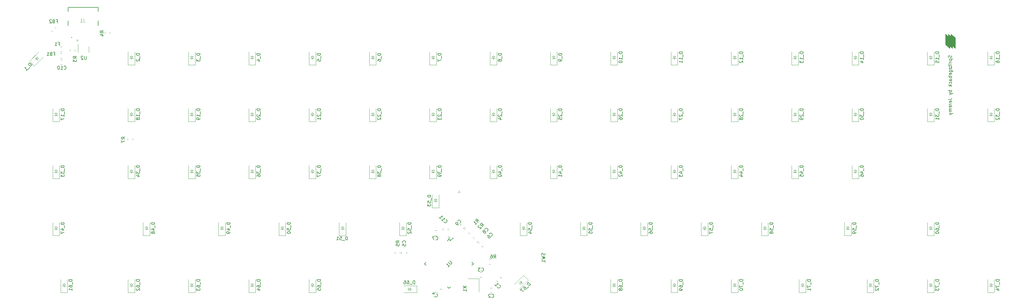
<source format=gbo>
G04 #@! TF.GenerationSoftware,KiCad,Pcbnew,(5.1.8)-1*
G04 #@! TF.CreationDate,2021-03-20T07:11:13-07:00*
G04 #@! TF.ProjectId,Spritzgeback,53707269-747a-4676-9562-61636b2e6b69,rev?*
G04 #@! TF.SameCoordinates,Original*
G04 #@! TF.FileFunction,Legend,Bot*
G04 #@! TF.FilePolarity,Positive*
%FSLAX46Y46*%
G04 Gerber Fmt 4.6, Leading zero omitted, Abs format (unit mm)*
G04 Created by KiCad (PCBNEW (5.1.8)-1) date 2021-03-20 07:11:13*
%MOMM*%
%LPD*%
G01*
G04 APERTURE LIST*
%ADD10C,0.100000*%
%ADD11C,0.150000*%
%ADD12C,0.120000*%
%ADD13C,0.200000*%
%ADD14C,0.127000*%
G04 APERTURE END LIST*
D10*
X9762868Y-7625000D02*
G75*
G03*
X9762868Y-7625000I-200000J0D01*
G01*
G36*
X271475000Y-6825000D02*
G01*
X271475000Y-10025000D01*
X270175000Y-8875000D01*
X270175000Y-5675000D01*
X271475000Y-6825000D01*
G37*
X271475000Y-6825000D02*
X271475000Y-10025000D01*
X270175000Y-8875000D01*
X270175000Y-5675000D01*
X271475000Y-6825000D01*
G36*
X270675000Y-6825000D02*
G01*
X270675000Y-10025000D01*
X269375000Y-8875000D01*
X269375000Y-5675000D01*
X270675000Y-6825000D01*
G37*
X270675000Y-6825000D02*
X270675000Y-10025000D01*
X269375000Y-8875000D01*
X269375000Y-5675000D01*
X270675000Y-6825000D01*
G36*
X269875000Y-6825000D02*
G01*
X269875000Y-10025000D01*
X268575000Y-8875000D01*
X268575000Y-5675000D01*
X269875000Y-6825000D01*
G37*
X269875000Y-6825000D02*
X269875000Y-10025000D01*
X268575000Y-8875000D01*
X268575000Y-5675000D01*
X269875000Y-6825000D01*
D11*
X270379761Y-12164285D02*
X270427380Y-12307142D01*
X270427380Y-12545238D01*
X270379761Y-12640476D01*
X270332142Y-12688095D01*
X270236904Y-12735714D01*
X270141666Y-12735714D01*
X270046428Y-12688095D01*
X269998809Y-12640476D01*
X269951190Y-12545238D01*
X269903571Y-12354761D01*
X269855952Y-12259523D01*
X269808333Y-12211904D01*
X269713095Y-12164285D01*
X269617857Y-12164285D01*
X269522619Y-12211904D01*
X269475000Y-12259523D01*
X269427380Y-12354761D01*
X269427380Y-12592857D01*
X269475000Y-12735714D01*
X269760714Y-13164285D02*
X270760714Y-13164285D01*
X269808333Y-13164285D02*
X269760714Y-13259523D01*
X269760714Y-13450000D01*
X269808333Y-13545238D01*
X269855952Y-13592857D01*
X269951190Y-13640476D01*
X270236904Y-13640476D01*
X270332142Y-13592857D01*
X270379761Y-13545238D01*
X270427380Y-13450000D01*
X270427380Y-13259523D01*
X270379761Y-13164285D01*
X270427380Y-14069047D02*
X269760714Y-14069047D01*
X269951190Y-14069047D02*
X269855952Y-14116666D01*
X269808333Y-14164285D01*
X269760714Y-14259523D01*
X269760714Y-14354761D01*
X270427380Y-14688095D02*
X269760714Y-14688095D01*
X269427380Y-14688095D02*
X269475000Y-14640476D01*
X269522619Y-14688095D01*
X269475000Y-14735714D01*
X269427380Y-14688095D01*
X269522619Y-14688095D01*
X269760714Y-15021428D02*
X269760714Y-15402380D01*
X269427380Y-15164285D02*
X270284523Y-15164285D01*
X270379761Y-15211904D01*
X270427380Y-15307142D01*
X270427380Y-15402380D01*
X269760714Y-15640476D02*
X269760714Y-16164285D01*
X270427380Y-15640476D01*
X270427380Y-16164285D01*
X269760714Y-16973809D02*
X270570238Y-16973809D01*
X270665476Y-16926190D01*
X270713095Y-16878571D01*
X270760714Y-16783333D01*
X270760714Y-16640476D01*
X270713095Y-16545238D01*
X270379761Y-16973809D02*
X270427380Y-16878571D01*
X270427380Y-16688095D01*
X270379761Y-16592857D01*
X270332142Y-16545238D01*
X270236904Y-16497619D01*
X269951190Y-16497619D01*
X269855952Y-16545238D01*
X269808333Y-16592857D01*
X269760714Y-16688095D01*
X269760714Y-16878571D01*
X269808333Y-16973809D01*
X270379761Y-17830952D02*
X270427380Y-17735714D01*
X270427380Y-17545238D01*
X270379761Y-17450000D01*
X270284523Y-17402380D01*
X269903571Y-17402380D01*
X269808333Y-17450000D01*
X269760714Y-17545238D01*
X269760714Y-17735714D01*
X269808333Y-17830952D01*
X269903571Y-17878571D01*
X269998809Y-17878571D01*
X270094047Y-17402380D01*
X270427380Y-18307142D02*
X269427380Y-18307142D01*
X269808333Y-18307142D02*
X269760714Y-18402380D01*
X269760714Y-18592857D01*
X269808333Y-18688095D01*
X269855952Y-18735714D01*
X269951190Y-18783333D01*
X270236904Y-18783333D01*
X270332142Y-18735714D01*
X270379761Y-18688095D01*
X270427380Y-18592857D01*
X270427380Y-18402380D01*
X270379761Y-18307142D01*
X270427380Y-19640476D02*
X269903571Y-19640476D01*
X269808333Y-19592857D01*
X269760714Y-19497619D01*
X269760714Y-19307142D01*
X269808333Y-19211904D01*
X270379761Y-19640476D02*
X270427380Y-19545238D01*
X270427380Y-19307142D01*
X270379761Y-19211904D01*
X270284523Y-19164285D01*
X270189285Y-19164285D01*
X270094047Y-19211904D01*
X270046428Y-19307142D01*
X270046428Y-19545238D01*
X269998809Y-19640476D01*
X270379761Y-20545238D02*
X270427380Y-20450000D01*
X270427380Y-20259523D01*
X270379761Y-20164285D01*
X270332142Y-20116666D01*
X270236904Y-20069047D01*
X269951190Y-20069047D01*
X269855952Y-20116666D01*
X269808333Y-20164285D01*
X269760714Y-20259523D01*
X269760714Y-20450000D01*
X269808333Y-20545238D01*
X270427380Y-20973809D02*
X269427380Y-20973809D01*
X270046428Y-21069047D02*
X270427380Y-21354761D01*
X269760714Y-21354761D02*
X270141666Y-20973809D01*
X270427380Y-22545238D02*
X269427380Y-22545238D01*
X269808333Y-22545238D02*
X269760714Y-22640476D01*
X269760714Y-22830952D01*
X269808333Y-22926190D01*
X269855952Y-22973809D01*
X269951190Y-23021428D01*
X270236904Y-23021428D01*
X270332142Y-22973809D01*
X270379761Y-22926190D01*
X270427380Y-22830952D01*
X270427380Y-22640476D01*
X270379761Y-22545238D01*
X269760714Y-23354761D02*
X270427380Y-23592857D01*
X269760714Y-23830952D02*
X270427380Y-23592857D01*
X270665476Y-23497619D01*
X270713095Y-23450000D01*
X270760714Y-23354761D01*
X269427380Y-25259523D02*
X270141666Y-25259523D01*
X270284523Y-25211904D01*
X270379761Y-25116666D01*
X270427380Y-24973809D01*
X270427380Y-24878571D01*
X270379761Y-26116666D02*
X270427380Y-26021428D01*
X270427380Y-25830952D01*
X270379761Y-25735714D01*
X270284523Y-25688095D01*
X269903571Y-25688095D01*
X269808333Y-25735714D01*
X269760714Y-25830952D01*
X269760714Y-26021428D01*
X269808333Y-26116666D01*
X269903571Y-26164285D01*
X269998809Y-26164285D01*
X270094047Y-25688095D01*
X270427380Y-26592857D02*
X269760714Y-26592857D01*
X269951190Y-26592857D02*
X269855952Y-26640476D01*
X269808333Y-26688095D01*
X269760714Y-26783333D01*
X269760714Y-26878571D01*
X270379761Y-27592857D02*
X270427380Y-27497619D01*
X270427380Y-27307142D01*
X270379761Y-27211904D01*
X270284523Y-27164285D01*
X269903571Y-27164285D01*
X269808333Y-27211904D01*
X269760714Y-27307142D01*
X269760714Y-27497619D01*
X269808333Y-27592857D01*
X269903571Y-27640476D01*
X269998809Y-27640476D01*
X270094047Y-27164285D01*
X270427380Y-28069047D02*
X269760714Y-28069047D01*
X269855952Y-28069047D02*
X269808333Y-28116666D01*
X269760714Y-28211904D01*
X269760714Y-28354761D01*
X269808333Y-28450000D01*
X269903571Y-28497619D01*
X270427380Y-28497619D01*
X269903571Y-28497619D02*
X269808333Y-28545238D01*
X269760714Y-28640476D01*
X269760714Y-28783333D01*
X269808333Y-28878571D01*
X269903571Y-28926190D01*
X270427380Y-28926190D01*
X269760714Y-29307142D02*
X270427380Y-29545238D01*
X269760714Y-29783333D02*
X270427380Y-29545238D01*
X270665476Y-29450000D01*
X270713095Y-29402380D01*
X270760714Y-29307142D01*
D12*
X120747231Y-66550000D02*
G75*
G03*
X120747231Y-66550000I-300000J0D01*
G01*
X123000000Y-52950000D02*
X123400000Y-52950000D01*
X123400000Y-52950000D02*
X123800000Y-52950000D01*
X123400000Y-52450000D02*
X123400000Y-52950000D01*
X134650000Y-48900000D02*
X132650000Y-48900000D01*
X132650000Y-48900000D02*
X132650000Y-45000000D01*
X134650000Y-48900000D02*
X134650000Y-45000000D01*
X134050000Y-46400000D02*
X133250000Y-46400000D01*
X133250000Y-46400000D02*
X133650000Y-47000000D01*
X133650000Y-47000000D02*
X134050000Y-46400000D01*
X133650000Y-46400000D02*
X133650000Y-46100000D01*
X133650000Y-47000000D02*
X134200000Y-47000000D01*
X133650000Y-47000000D02*
X133100000Y-47000000D01*
X133650000Y-47000000D02*
X133650000Y-47300000D01*
X-3383883Y-15248097D02*
X-4798097Y-13833883D01*
X-4798097Y-13833883D02*
X-2040381Y-11076167D01*
X-3383883Y-15248097D02*
X-626167Y-12490381D01*
X-2040381Y-13056066D02*
X-2606066Y-12490381D01*
X-2606066Y-12490381D02*
X-2747487Y-13197487D01*
X-2747487Y-13197487D02*
X-2040381Y-13056066D01*
X-2323223Y-12773223D02*
X-2111091Y-12561091D01*
X-2747487Y-13197487D02*
X-2358579Y-13586396D01*
X-2747487Y-13197487D02*
X-3136396Y-12808579D01*
X-2747487Y-13197487D02*
X-2959619Y-13409619D01*
X26650000Y-14900000D02*
X24650000Y-14900000D01*
X24650000Y-14900000D02*
X24650000Y-11000000D01*
X26650000Y-14900000D02*
X26650000Y-11000000D01*
X26050000Y-12400000D02*
X25250000Y-12400000D01*
X25250000Y-12400000D02*
X25650000Y-13000000D01*
X25650000Y-13000000D02*
X26050000Y-12400000D01*
X25650000Y-12400000D02*
X25650000Y-12100000D01*
X25650000Y-13000000D02*
X26200000Y-13000000D01*
X25650000Y-13000000D02*
X25100000Y-13000000D01*
X25650000Y-13000000D02*
X25650000Y-13300000D01*
X44650000Y-14900000D02*
X42650000Y-14900000D01*
X42650000Y-14900000D02*
X42650000Y-11000000D01*
X44650000Y-14900000D02*
X44650000Y-11000000D01*
X44050000Y-12400000D02*
X43250000Y-12400000D01*
X43250000Y-12400000D02*
X43650000Y-13000000D01*
X43650000Y-13000000D02*
X44050000Y-12400000D01*
X43650000Y-12400000D02*
X43650000Y-12100000D01*
X43650000Y-13000000D02*
X44200000Y-13000000D01*
X43650000Y-13000000D02*
X43100000Y-13000000D01*
X43650000Y-13000000D02*
X43650000Y-13300000D01*
X62650000Y-14900000D02*
X60650000Y-14900000D01*
X60650000Y-14900000D02*
X60650000Y-11000000D01*
X62650000Y-14900000D02*
X62650000Y-11000000D01*
X62050000Y-12400000D02*
X61250000Y-12400000D01*
X61250000Y-12400000D02*
X61650000Y-13000000D01*
X61650000Y-13000000D02*
X62050000Y-12400000D01*
X61650000Y-12400000D02*
X61650000Y-12100000D01*
X61650000Y-13000000D02*
X62200000Y-13000000D01*
X61650000Y-13000000D02*
X61100000Y-13000000D01*
X61650000Y-13000000D02*
X61650000Y-13300000D01*
X80650000Y-14900000D02*
X78650000Y-14900000D01*
X78650000Y-14900000D02*
X78650000Y-11000000D01*
X80650000Y-14900000D02*
X80650000Y-11000000D01*
X80050000Y-12400000D02*
X79250000Y-12400000D01*
X79250000Y-12400000D02*
X79650000Y-13000000D01*
X79650000Y-13000000D02*
X80050000Y-12400000D01*
X79650000Y-12400000D02*
X79650000Y-12100000D01*
X79650000Y-13000000D02*
X80200000Y-13000000D01*
X79650000Y-13000000D02*
X79100000Y-13000000D01*
X79650000Y-13000000D02*
X79650000Y-13300000D01*
X98650000Y-14900000D02*
X96650000Y-14900000D01*
X96650000Y-14900000D02*
X96650000Y-11000000D01*
X98650000Y-14900000D02*
X98650000Y-11000000D01*
X98050000Y-12400000D02*
X97250000Y-12400000D01*
X97250000Y-12400000D02*
X97650000Y-13000000D01*
X97650000Y-13000000D02*
X98050000Y-12400000D01*
X97650000Y-12400000D02*
X97650000Y-12100000D01*
X97650000Y-13000000D02*
X98200000Y-13000000D01*
X97650000Y-13000000D02*
X97100000Y-13000000D01*
X97650000Y-13000000D02*
X97650000Y-13300000D01*
X116650000Y-14900000D02*
X114650000Y-14900000D01*
X114650000Y-14900000D02*
X114650000Y-11000000D01*
X116650000Y-14900000D02*
X116650000Y-11000000D01*
X116050000Y-12400000D02*
X115250000Y-12400000D01*
X115250000Y-12400000D02*
X115650000Y-13000000D01*
X115650000Y-13000000D02*
X116050000Y-12400000D01*
X115650000Y-12400000D02*
X115650000Y-12100000D01*
X115650000Y-13000000D02*
X116200000Y-13000000D01*
X115650000Y-13000000D02*
X115100000Y-13000000D01*
X115650000Y-13000000D02*
X115650000Y-13300000D01*
X134650000Y-14900000D02*
X132650000Y-14900000D01*
X132650000Y-14900000D02*
X132650000Y-11000000D01*
X134650000Y-14900000D02*
X134650000Y-11000000D01*
X134050000Y-12400000D02*
X133250000Y-12400000D01*
X133250000Y-12400000D02*
X133650000Y-13000000D01*
X133650000Y-13000000D02*
X134050000Y-12400000D01*
X133650000Y-12400000D02*
X133650000Y-12100000D01*
X133650000Y-13000000D02*
X134200000Y-13000000D01*
X133650000Y-13000000D02*
X133100000Y-13000000D01*
X133650000Y-13000000D02*
X133650000Y-13300000D01*
X152650000Y-14900000D02*
X150650000Y-14900000D01*
X150650000Y-14900000D02*
X150650000Y-11000000D01*
X152650000Y-14900000D02*
X152650000Y-11000000D01*
X152050000Y-12400000D02*
X151250000Y-12400000D01*
X151250000Y-12400000D02*
X151650000Y-13000000D01*
X151650000Y-13000000D02*
X152050000Y-12400000D01*
X151650000Y-12400000D02*
X151650000Y-12100000D01*
X151650000Y-13000000D02*
X152200000Y-13000000D01*
X151650000Y-13000000D02*
X151100000Y-13000000D01*
X151650000Y-13000000D02*
X151650000Y-13300000D01*
X170650000Y-14900000D02*
X168650000Y-14900000D01*
X168650000Y-14900000D02*
X168650000Y-11000000D01*
X170650000Y-14900000D02*
X170650000Y-11000000D01*
X170050000Y-12400000D02*
X169250000Y-12400000D01*
X169250000Y-12400000D02*
X169650000Y-13000000D01*
X169650000Y-13000000D02*
X170050000Y-12400000D01*
X169650000Y-12400000D02*
X169650000Y-12100000D01*
X169650000Y-13000000D02*
X170200000Y-13000000D01*
X169650000Y-13000000D02*
X169100000Y-13000000D01*
X169650000Y-13000000D02*
X169650000Y-13300000D01*
X188650000Y-14900000D02*
X186650000Y-14900000D01*
X186650000Y-14900000D02*
X186650000Y-11000000D01*
X188650000Y-14900000D02*
X188650000Y-11000000D01*
X188050000Y-12400000D02*
X187250000Y-12400000D01*
X187250000Y-12400000D02*
X187650000Y-13000000D01*
X187650000Y-13000000D02*
X188050000Y-12400000D01*
X187650000Y-12400000D02*
X187650000Y-12100000D01*
X187650000Y-13000000D02*
X188200000Y-13000000D01*
X187650000Y-13000000D02*
X187100000Y-13000000D01*
X187650000Y-13000000D02*
X187650000Y-13300000D01*
X206650000Y-14900000D02*
X204650000Y-14900000D01*
X204650000Y-14900000D02*
X204650000Y-11000000D01*
X206650000Y-14900000D02*
X206650000Y-11000000D01*
X206050000Y-12400000D02*
X205250000Y-12400000D01*
X205250000Y-12400000D02*
X205650000Y-13000000D01*
X205650000Y-13000000D02*
X206050000Y-12400000D01*
X205650000Y-12400000D02*
X205650000Y-12100000D01*
X205650000Y-13000000D02*
X206200000Y-13000000D01*
X205650000Y-13000000D02*
X205100000Y-13000000D01*
X205650000Y-13000000D02*
X205650000Y-13300000D01*
X224650000Y-14900000D02*
X222650000Y-14900000D01*
X222650000Y-14900000D02*
X222650000Y-11000000D01*
X224650000Y-14900000D02*
X224650000Y-11000000D01*
X224050000Y-12400000D02*
X223250000Y-12400000D01*
X223250000Y-12400000D02*
X223650000Y-13000000D01*
X223650000Y-13000000D02*
X224050000Y-12400000D01*
X223650000Y-12400000D02*
X223650000Y-12100000D01*
X223650000Y-13000000D02*
X224200000Y-13000000D01*
X223650000Y-13000000D02*
X223100000Y-13000000D01*
X223650000Y-13000000D02*
X223650000Y-13300000D01*
X242650000Y-14900000D02*
X240650000Y-14900000D01*
X240650000Y-14900000D02*
X240650000Y-11000000D01*
X242650000Y-14900000D02*
X242650000Y-11000000D01*
X242050000Y-12400000D02*
X241250000Y-12400000D01*
X241250000Y-12400000D02*
X241650000Y-13000000D01*
X241650000Y-13000000D02*
X242050000Y-12400000D01*
X241650000Y-12400000D02*
X241650000Y-12100000D01*
X241650000Y-13000000D02*
X242200000Y-13000000D01*
X241650000Y-13000000D02*
X241100000Y-13000000D01*
X241650000Y-13000000D02*
X241650000Y-13300000D01*
X283150000Y-14900000D02*
X281150000Y-14900000D01*
X281150000Y-14900000D02*
X281150000Y-11000000D01*
X283150000Y-14900000D02*
X283150000Y-11000000D01*
X282550000Y-12400000D02*
X281750000Y-12400000D01*
X281750000Y-12400000D02*
X282150000Y-13000000D01*
X282150000Y-13000000D02*
X282550000Y-12400000D01*
X282150000Y-12400000D02*
X282150000Y-12100000D01*
X282150000Y-13000000D02*
X282700000Y-13000000D01*
X282150000Y-13000000D02*
X281600000Y-13000000D01*
X282150000Y-13000000D02*
X282150000Y-13300000D01*
X4150000Y-31900000D02*
X2150000Y-31900000D01*
X2150000Y-31900000D02*
X2150000Y-28000000D01*
X4150000Y-31900000D02*
X4150000Y-28000000D01*
X3550000Y-29400000D02*
X2750000Y-29400000D01*
X2750000Y-29400000D02*
X3150000Y-30000000D01*
X3150000Y-30000000D02*
X3550000Y-29400000D01*
X3150000Y-29400000D02*
X3150000Y-29100000D01*
X3150000Y-30000000D02*
X3700000Y-30000000D01*
X3150000Y-30000000D02*
X2600000Y-30000000D01*
X3150000Y-30000000D02*
X3150000Y-30300000D01*
X26650000Y-31900000D02*
X24650000Y-31900000D01*
X24650000Y-31900000D02*
X24650000Y-28000000D01*
X26650000Y-31900000D02*
X26650000Y-28000000D01*
X26050000Y-29400000D02*
X25250000Y-29400000D01*
X25250000Y-29400000D02*
X25650000Y-30000000D01*
X25650000Y-30000000D02*
X26050000Y-29400000D01*
X25650000Y-29400000D02*
X25650000Y-29100000D01*
X25650000Y-30000000D02*
X26200000Y-30000000D01*
X25650000Y-30000000D02*
X25100000Y-30000000D01*
X25650000Y-30000000D02*
X25650000Y-30300000D01*
X44650000Y-31900000D02*
X42650000Y-31900000D01*
X42650000Y-31900000D02*
X42650000Y-28000000D01*
X44650000Y-31900000D02*
X44650000Y-28000000D01*
X44050000Y-29400000D02*
X43250000Y-29400000D01*
X43250000Y-29400000D02*
X43650000Y-30000000D01*
X43650000Y-30000000D02*
X44050000Y-29400000D01*
X43650000Y-29400000D02*
X43650000Y-29100000D01*
X43650000Y-30000000D02*
X44200000Y-30000000D01*
X43650000Y-30000000D02*
X43100000Y-30000000D01*
X43650000Y-30000000D02*
X43650000Y-30300000D01*
X62650000Y-31900000D02*
X60650000Y-31900000D01*
X60650000Y-31900000D02*
X60650000Y-28000000D01*
X62650000Y-31900000D02*
X62650000Y-28000000D01*
X62050000Y-29400000D02*
X61250000Y-29400000D01*
X61250000Y-29400000D02*
X61650000Y-30000000D01*
X61650000Y-30000000D02*
X62050000Y-29400000D01*
X61650000Y-29400000D02*
X61650000Y-29100000D01*
X61650000Y-30000000D02*
X62200000Y-30000000D01*
X61650000Y-30000000D02*
X61100000Y-30000000D01*
X61650000Y-30000000D02*
X61650000Y-30300000D01*
X80650000Y-31900000D02*
X78650000Y-31900000D01*
X78650000Y-31900000D02*
X78650000Y-28000000D01*
X80650000Y-31900000D02*
X80650000Y-28000000D01*
X80050000Y-29400000D02*
X79250000Y-29400000D01*
X79250000Y-29400000D02*
X79650000Y-30000000D01*
X79650000Y-30000000D02*
X80050000Y-29400000D01*
X79650000Y-29400000D02*
X79650000Y-29100000D01*
X79650000Y-30000000D02*
X80200000Y-30000000D01*
X79650000Y-30000000D02*
X79100000Y-30000000D01*
X79650000Y-30000000D02*
X79650000Y-30300000D01*
X98650000Y-31900000D02*
X96650000Y-31900000D01*
X96650000Y-31900000D02*
X96650000Y-28000000D01*
X98650000Y-31900000D02*
X98650000Y-28000000D01*
X98050000Y-29400000D02*
X97250000Y-29400000D01*
X97250000Y-29400000D02*
X97650000Y-30000000D01*
X97650000Y-30000000D02*
X98050000Y-29400000D01*
X97650000Y-29400000D02*
X97650000Y-29100000D01*
X97650000Y-30000000D02*
X98200000Y-30000000D01*
X97650000Y-30000000D02*
X97100000Y-30000000D01*
X97650000Y-30000000D02*
X97650000Y-30300000D01*
X116650000Y-31900000D02*
X114650000Y-31900000D01*
X114650000Y-31900000D02*
X114650000Y-28000000D01*
X116650000Y-31900000D02*
X116650000Y-28000000D01*
X116050000Y-29400000D02*
X115250000Y-29400000D01*
X115250000Y-29400000D02*
X115650000Y-30000000D01*
X115650000Y-30000000D02*
X116050000Y-29400000D01*
X115650000Y-29400000D02*
X115650000Y-29100000D01*
X115650000Y-30000000D02*
X116200000Y-30000000D01*
X115650000Y-30000000D02*
X115100000Y-30000000D01*
X115650000Y-30000000D02*
X115650000Y-30300000D01*
X134650000Y-31900000D02*
X132650000Y-31900000D01*
X132650000Y-31900000D02*
X132650000Y-28000000D01*
X134650000Y-31900000D02*
X134650000Y-28000000D01*
X134050000Y-29400000D02*
X133250000Y-29400000D01*
X133250000Y-29400000D02*
X133650000Y-30000000D01*
X133650000Y-30000000D02*
X134050000Y-29400000D01*
X133650000Y-29400000D02*
X133650000Y-29100000D01*
X133650000Y-30000000D02*
X134200000Y-30000000D01*
X133650000Y-30000000D02*
X133100000Y-30000000D01*
X133650000Y-30000000D02*
X133650000Y-30300000D01*
X152650000Y-31900000D02*
X150650000Y-31900000D01*
X150650000Y-31900000D02*
X150650000Y-28000000D01*
X152650000Y-31900000D02*
X152650000Y-28000000D01*
X152050000Y-29400000D02*
X151250000Y-29400000D01*
X151250000Y-29400000D02*
X151650000Y-30000000D01*
X151650000Y-30000000D02*
X152050000Y-29400000D01*
X151650000Y-29400000D02*
X151650000Y-29100000D01*
X151650000Y-30000000D02*
X152200000Y-30000000D01*
X151650000Y-30000000D02*
X151100000Y-30000000D01*
X151650000Y-30000000D02*
X151650000Y-30300000D01*
X170650000Y-31900000D02*
X168650000Y-31900000D01*
X168650000Y-31900000D02*
X168650000Y-28000000D01*
X170650000Y-31900000D02*
X170650000Y-28000000D01*
X170050000Y-29400000D02*
X169250000Y-29400000D01*
X169250000Y-29400000D02*
X169650000Y-30000000D01*
X169650000Y-30000000D02*
X170050000Y-29400000D01*
X169650000Y-29400000D02*
X169650000Y-29100000D01*
X169650000Y-30000000D02*
X170200000Y-30000000D01*
X169650000Y-30000000D02*
X169100000Y-30000000D01*
X169650000Y-30000000D02*
X169650000Y-30300000D01*
X188650000Y-31900000D02*
X186650000Y-31900000D01*
X186650000Y-31900000D02*
X186650000Y-28000000D01*
X188650000Y-31900000D02*
X188650000Y-28000000D01*
X188050000Y-29400000D02*
X187250000Y-29400000D01*
X187250000Y-29400000D02*
X187650000Y-30000000D01*
X187650000Y-30000000D02*
X188050000Y-29400000D01*
X187650000Y-29400000D02*
X187650000Y-29100000D01*
X187650000Y-30000000D02*
X188200000Y-30000000D01*
X187650000Y-30000000D02*
X187100000Y-30000000D01*
X187650000Y-30000000D02*
X187650000Y-30300000D01*
X206650000Y-31900000D02*
X204650000Y-31900000D01*
X204650000Y-31900000D02*
X204650000Y-28000000D01*
X206650000Y-31900000D02*
X206650000Y-28000000D01*
X206050000Y-29400000D02*
X205250000Y-29400000D01*
X205250000Y-29400000D02*
X205650000Y-30000000D01*
X205650000Y-30000000D02*
X206050000Y-29400000D01*
X205650000Y-29400000D02*
X205650000Y-29100000D01*
X205650000Y-30000000D02*
X206200000Y-30000000D01*
X205650000Y-30000000D02*
X205100000Y-30000000D01*
X205650000Y-30000000D02*
X205650000Y-30300000D01*
X224650000Y-31900000D02*
X222650000Y-31900000D01*
X222650000Y-31900000D02*
X222650000Y-28000000D01*
X224650000Y-31900000D02*
X224650000Y-28000000D01*
X224050000Y-29400000D02*
X223250000Y-29400000D01*
X223250000Y-29400000D02*
X223650000Y-30000000D01*
X223650000Y-30000000D02*
X224050000Y-29400000D01*
X223650000Y-29400000D02*
X223650000Y-29100000D01*
X223650000Y-30000000D02*
X224200000Y-30000000D01*
X223650000Y-30000000D02*
X223100000Y-30000000D01*
X223650000Y-30000000D02*
X223650000Y-30300000D01*
X242650000Y-31900000D02*
X240650000Y-31900000D01*
X240650000Y-31900000D02*
X240650000Y-28000000D01*
X242650000Y-31900000D02*
X242650000Y-28000000D01*
X242050000Y-29400000D02*
X241250000Y-29400000D01*
X241250000Y-29400000D02*
X241650000Y-30000000D01*
X241650000Y-30000000D02*
X242050000Y-29400000D01*
X241650000Y-29400000D02*
X241650000Y-29100000D01*
X241650000Y-30000000D02*
X242200000Y-30000000D01*
X241650000Y-30000000D02*
X241100000Y-30000000D01*
X241650000Y-30000000D02*
X241650000Y-30300000D01*
X265150000Y-14900000D02*
X263150000Y-14900000D01*
X263150000Y-14900000D02*
X263150000Y-11000000D01*
X265150000Y-14900000D02*
X265150000Y-11000000D01*
X264550000Y-12400000D02*
X263750000Y-12400000D01*
X263750000Y-12400000D02*
X264150000Y-13000000D01*
X264150000Y-13000000D02*
X264550000Y-12400000D01*
X264150000Y-12400000D02*
X264150000Y-12100000D01*
X264150000Y-13000000D02*
X264700000Y-13000000D01*
X264150000Y-13000000D02*
X263600000Y-13000000D01*
X264150000Y-13000000D02*
X264150000Y-13300000D01*
X4150000Y-48900000D02*
X2150000Y-48900000D01*
X2150000Y-48900000D02*
X2150000Y-45000000D01*
X4150000Y-48900000D02*
X4150000Y-45000000D01*
X3550000Y-46400000D02*
X2750000Y-46400000D01*
X2750000Y-46400000D02*
X3150000Y-47000000D01*
X3150000Y-47000000D02*
X3550000Y-46400000D01*
X3150000Y-46400000D02*
X3150000Y-46100000D01*
X3150000Y-47000000D02*
X3700000Y-47000000D01*
X3150000Y-47000000D02*
X2600000Y-47000000D01*
X3150000Y-47000000D02*
X3150000Y-47300000D01*
X26650000Y-48900000D02*
X24650000Y-48900000D01*
X24650000Y-48900000D02*
X24650000Y-45000000D01*
X26650000Y-48900000D02*
X26650000Y-45000000D01*
X26050000Y-46400000D02*
X25250000Y-46400000D01*
X25250000Y-46400000D02*
X25650000Y-47000000D01*
X25650000Y-47000000D02*
X26050000Y-46400000D01*
X25650000Y-46400000D02*
X25650000Y-46100000D01*
X25650000Y-47000000D02*
X26200000Y-47000000D01*
X25650000Y-47000000D02*
X25100000Y-47000000D01*
X25650000Y-47000000D02*
X25650000Y-47300000D01*
X44650000Y-48900000D02*
X42650000Y-48900000D01*
X42650000Y-48900000D02*
X42650000Y-45000000D01*
X44650000Y-48900000D02*
X44650000Y-45000000D01*
X44050000Y-46400000D02*
X43250000Y-46400000D01*
X43250000Y-46400000D02*
X43650000Y-47000000D01*
X43650000Y-47000000D02*
X44050000Y-46400000D01*
X43650000Y-46400000D02*
X43650000Y-46100000D01*
X43650000Y-47000000D02*
X44200000Y-47000000D01*
X43650000Y-47000000D02*
X43100000Y-47000000D01*
X43650000Y-47000000D02*
X43650000Y-47300000D01*
X62650000Y-48900000D02*
X60650000Y-48900000D01*
X60650000Y-48900000D02*
X60650000Y-45000000D01*
X62650000Y-48900000D02*
X62650000Y-45000000D01*
X62050000Y-46400000D02*
X61250000Y-46400000D01*
X61250000Y-46400000D02*
X61650000Y-47000000D01*
X61650000Y-47000000D02*
X62050000Y-46400000D01*
X61650000Y-46400000D02*
X61650000Y-46100000D01*
X61650000Y-47000000D02*
X62200000Y-47000000D01*
X61650000Y-47000000D02*
X61100000Y-47000000D01*
X61650000Y-47000000D02*
X61650000Y-47300000D01*
X80650000Y-48900000D02*
X78650000Y-48900000D01*
X78650000Y-48900000D02*
X78650000Y-45000000D01*
X80650000Y-48900000D02*
X80650000Y-45000000D01*
X80050000Y-46400000D02*
X79250000Y-46400000D01*
X79250000Y-46400000D02*
X79650000Y-47000000D01*
X79650000Y-47000000D02*
X80050000Y-46400000D01*
X79650000Y-46400000D02*
X79650000Y-46100000D01*
X79650000Y-47000000D02*
X80200000Y-47000000D01*
X79650000Y-47000000D02*
X79100000Y-47000000D01*
X79650000Y-47000000D02*
X79650000Y-47300000D01*
X98650000Y-48900000D02*
X96650000Y-48900000D01*
X96650000Y-48900000D02*
X96650000Y-45000000D01*
X98650000Y-48900000D02*
X98650000Y-45000000D01*
X98050000Y-46400000D02*
X97250000Y-46400000D01*
X97250000Y-46400000D02*
X97650000Y-47000000D01*
X97650000Y-47000000D02*
X98050000Y-46400000D01*
X97650000Y-46400000D02*
X97650000Y-46100000D01*
X97650000Y-47000000D02*
X98200000Y-47000000D01*
X97650000Y-47000000D02*
X97100000Y-47000000D01*
X97650000Y-47000000D02*
X97650000Y-47300000D01*
X116650000Y-48900000D02*
X114650000Y-48900000D01*
X114650000Y-48900000D02*
X114650000Y-45000000D01*
X116650000Y-48900000D02*
X116650000Y-45000000D01*
X116050000Y-46400000D02*
X115250000Y-46400000D01*
X115250000Y-46400000D02*
X115650000Y-47000000D01*
X115650000Y-47000000D02*
X116050000Y-46400000D01*
X115650000Y-46400000D02*
X115650000Y-46100000D01*
X115650000Y-47000000D02*
X116200000Y-47000000D01*
X115650000Y-47000000D02*
X115100000Y-47000000D01*
X115650000Y-47000000D02*
X115650000Y-47300000D01*
X152650000Y-48900000D02*
X150650000Y-48900000D01*
X150650000Y-48900000D02*
X150650000Y-45000000D01*
X152650000Y-48900000D02*
X152650000Y-45000000D01*
X152050000Y-46400000D02*
X151250000Y-46400000D01*
X151250000Y-46400000D02*
X151650000Y-47000000D01*
X151650000Y-47000000D02*
X152050000Y-46400000D01*
X151650000Y-46400000D02*
X151650000Y-46100000D01*
X151650000Y-47000000D02*
X152200000Y-47000000D01*
X151650000Y-47000000D02*
X151100000Y-47000000D01*
X151650000Y-47000000D02*
X151650000Y-47300000D01*
X170650000Y-48900000D02*
X168650000Y-48900000D01*
X168650000Y-48900000D02*
X168650000Y-45000000D01*
X170650000Y-48900000D02*
X170650000Y-45000000D01*
X170050000Y-46400000D02*
X169250000Y-46400000D01*
X169250000Y-46400000D02*
X169650000Y-47000000D01*
X169650000Y-47000000D02*
X170050000Y-46400000D01*
X169650000Y-46400000D02*
X169650000Y-46100000D01*
X169650000Y-47000000D02*
X170200000Y-47000000D01*
X169650000Y-47000000D02*
X169100000Y-47000000D01*
X169650000Y-47000000D02*
X169650000Y-47300000D01*
X188650000Y-48900000D02*
X186650000Y-48900000D01*
X186650000Y-48900000D02*
X186650000Y-45000000D01*
X188650000Y-48900000D02*
X188650000Y-45000000D01*
X188050000Y-46400000D02*
X187250000Y-46400000D01*
X187250000Y-46400000D02*
X187650000Y-47000000D01*
X187650000Y-47000000D02*
X188050000Y-46400000D01*
X187650000Y-46400000D02*
X187650000Y-46100000D01*
X187650000Y-47000000D02*
X188200000Y-47000000D01*
X187650000Y-47000000D02*
X187100000Y-47000000D01*
X187650000Y-47000000D02*
X187650000Y-47300000D01*
X206650000Y-48900000D02*
X204650000Y-48900000D01*
X204650000Y-48900000D02*
X204650000Y-45000000D01*
X206650000Y-48900000D02*
X206650000Y-45000000D01*
X206050000Y-46400000D02*
X205250000Y-46400000D01*
X205250000Y-46400000D02*
X205650000Y-47000000D01*
X205650000Y-47000000D02*
X206050000Y-46400000D01*
X205650000Y-46400000D02*
X205650000Y-46100000D01*
X205650000Y-47000000D02*
X206200000Y-47000000D01*
X205650000Y-47000000D02*
X205100000Y-47000000D01*
X205650000Y-47000000D02*
X205650000Y-47300000D01*
X224650000Y-48900000D02*
X222650000Y-48900000D01*
X222650000Y-48900000D02*
X222650000Y-45000000D01*
X224650000Y-48900000D02*
X224650000Y-45000000D01*
X224050000Y-46400000D02*
X223250000Y-46400000D01*
X223250000Y-46400000D02*
X223650000Y-47000000D01*
X223650000Y-47000000D02*
X224050000Y-46400000D01*
X223650000Y-46400000D02*
X223650000Y-46100000D01*
X223650000Y-47000000D02*
X224200000Y-47000000D01*
X223650000Y-47000000D02*
X223100000Y-47000000D01*
X223650000Y-47000000D02*
X223650000Y-47300000D01*
X242650000Y-48900000D02*
X240650000Y-48900000D01*
X240650000Y-48900000D02*
X240650000Y-45000000D01*
X242650000Y-48900000D02*
X242650000Y-45000000D01*
X242050000Y-46400000D02*
X241250000Y-46400000D01*
X241250000Y-46400000D02*
X241650000Y-47000000D01*
X241650000Y-47000000D02*
X242050000Y-46400000D01*
X241650000Y-46400000D02*
X241650000Y-46100000D01*
X241650000Y-47000000D02*
X242200000Y-47000000D01*
X241650000Y-47000000D02*
X241100000Y-47000000D01*
X241650000Y-47000000D02*
X241650000Y-47300000D01*
X265150000Y-31900000D02*
X263150000Y-31900000D01*
X263150000Y-31900000D02*
X263150000Y-28000000D01*
X265150000Y-31900000D02*
X265150000Y-28000000D01*
X264550000Y-29400000D02*
X263750000Y-29400000D01*
X263750000Y-29400000D02*
X264150000Y-30000000D01*
X264150000Y-30000000D02*
X264550000Y-29400000D01*
X264150000Y-29400000D02*
X264150000Y-29100000D01*
X264150000Y-30000000D02*
X264700000Y-30000000D01*
X264150000Y-30000000D02*
X263600000Y-30000000D01*
X264150000Y-30000000D02*
X264150000Y-30300000D01*
X4150000Y-65900000D02*
X2150000Y-65900000D01*
X2150000Y-65900000D02*
X2150000Y-62000000D01*
X4150000Y-65900000D02*
X4150000Y-62000000D01*
X3550000Y-63400000D02*
X2750000Y-63400000D01*
X2750000Y-63400000D02*
X3150000Y-64000000D01*
X3150000Y-64000000D02*
X3550000Y-63400000D01*
X3150000Y-63400000D02*
X3150000Y-63100000D01*
X3150000Y-64000000D02*
X3700000Y-64000000D01*
X3150000Y-64000000D02*
X2600000Y-64000000D01*
X3150000Y-64000000D02*
X3150000Y-64300000D01*
X31150000Y-65900000D02*
X29150000Y-65900000D01*
X29150000Y-65900000D02*
X29150000Y-62000000D01*
X31150000Y-65900000D02*
X31150000Y-62000000D01*
X30550000Y-63400000D02*
X29750000Y-63400000D01*
X29750000Y-63400000D02*
X30150000Y-64000000D01*
X30150000Y-64000000D02*
X30550000Y-63400000D01*
X30150000Y-63400000D02*
X30150000Y-63100000D01*
X30150000Y-64000000D02*
X30700000Y-64000000D01*
X30150000Y-64000000D02*
X29600000Y-64000000D01*
X30150000Y-64000000D02*
X30150000Y-64300000D01*
X53650000Y-65900000D02*
X51650000Y-65900000D01*
X51650000Y-65900000D02*
X51650000Y-62000000D01*
X53650000Y-65900000D02*
X53650000Y-62000000D01*
X53050000Y-63400000D02*
X52250000Y-63400000D01*
X52250000Y-63400000D02*
X52650000Y-64000000D01*
X52650000Y-64000000D02*
X53050000Y-63400000D01*
X52650000Y-63400000D02*
X52650000Y-63100000D01*
X52650000Y-64000000D02*
X53200000Y-64000000D01*
X52650000Y-64000000D02*
X52100000Y-64000000D01*
X52650000Y-64000000D02*
X52650000Y-64300000D01*
X71650000Y-65900000D02*
X69650000Y-65900000D01*
X69650000Y-65900000D02*
X69650000Y-62000000D01*
X71650000Y-65900000D02*
X71650000Y-62000000D01*
X71050000Y-63400000D02*
X70250000Y-63400000D01*
X70250000Y-63400000D02*
X70650000Y-64000000D01*
X70650000Y-64000000D02*
X71050000Y-63400000D01*
X70650000Y-63400000D02*
X70650000Y-63100000D01*
X70650000Y-64000000D02*
X71200000Y-64000000D01*
X70650000Y-64000000D02*
X70100000Y-64000000D01*
X70650000Y-64000000D02*
X70650000Y-64300000D01*
X89650000Y-65900000D02*
X87650000Y-65900000D01*
X87650000Y-65900000D02*
X87650000Y-62000000D01*
X89650000Y-65900000D02*
X89650000Y-62000000D01*
X89050000Y-63400000D02*
X88250000Y-63400000D01*
X88250000Y-63400000D02*
X88650000Y-64000000D01*
X88650000Y-64000000D02*
X89050000Y-63400000D01*
X88650000Y-63400000D02*
X88650000Y-63100000D01*
X88650000Y-64000000D02*
X89200000Y-64000000D01*
X88650000Y-64000000D02*
X88100000Y-64000000D01*
X88650000Y-64000000D02*
X88650000Y-64300000D01*
X106650000Y-64000000D02*
X106650000Y-64300000D01*
X106650000Y-64000000D02*
X106100000Y-64000000D01*
X106650000Y-64000000D02*
X107200000Y-64000000D01*
X106650000Y-63400000D02*
X106650000Y-63100000D01*
X106650000Y-64000000D02*
X107050000Y-63400000D01*
X106250000Y-63400000D02*
X106650000Y-64000000D01*
X107050000Y-63400000D02*
X106250000Y-63400000D01*
X107650000Y-65900000D02*
X107650000Y-62000000D01*
X105650000Y-65900000D02*
X105650000Y-62000000D01*
X107650000Y-65900000D02*
X105650000Y-65900000D01*
X117400000Y-57600000D02*
X115400000Y-57600000D01*
X115400000Y-57600000D02*
X115400000Y-53700000D01*
X117400000Y-57600000D02*
X117400000Y-53700000D01*
X116800000Y-55100000D02*
X116000000Y-55100000D01*
X116000000Y-55100000D02*
X116400000Y-55700000D01*
X116400000Y-55700000D02*
X116800000Y-55100000D01*
X116400000Y-55100000D02*
X116400000Y-54800000D01*
X116400000Y-55700000D02*
X116950000Y-55700000D01*
X116400000Y-55700000D02*
X115850000Y-55700000D01*
X116400000Y-55700000D02*
X116400000Y-56000000D01*
X142650000Y-64000000D02*
X142650000Y-64300000D01*
X142650000Y-64000000D02*
X142100000Y-64000000D01*
X142650000Y-64000000D02*
X143200000Y-64000000D01*
X142650000Y-63400000D02*
X142650000Y-63100000D01*
X142650000Y-64000000D02*
X143050000Y-63400000D01*
X142250000Y-63400000D02*
X142650000Y-64000000D01*
X143050000Y-63400000D02*
X142250000Y-63400000D01*
X143650000Y-65900000D02*
X143650000Y-62000000D01*
X141650000Y-65900000D02*
X141650000Y-62000000D01*
X143650000Y-65900000D02*
X141650000Y-65900000D01*
X161650000Y-65900000D02*
X159650000Y-65900000D01*
X159650000Y-65900000D02*
X159650000Y-62000000D01*
X161650000Y-65900000D02*
X161650000Y-62000000D01*
X161050000Y-63400000D02*
X160250000Y-63400000D01*
X160250000Y-63400000D02*
X160650000Y-64000000D01*
X160650000Y-64000000D02*
X161050000Y-63400000D01*
X160650000Y-63400000D02*
X160650000Y-63100000D01*
X160650000Y-64000000D02*
X161200000Y-64000000D01*
X160650000Y-64000000D02*
X160100000Y-64000000D01*
X160650000Y-64000000D02*
X160650000Y-64300000D01*
X179650000Y-65900000D02*
X177650000Y-65900000D01*
X177650000Y-65900000D02*
X177650000Y-62000000D01*
X179650000Y-65900000D02*
X179650000Y-62000000D01*
X179050000Y-63400000D02*
X178250000Y-63400000D01*
X178250000Y-63400000D02*
X178650000Y-64000000D01*
X178650000Y-64000000D02*
X179050000Y-63400000D01*
X178650000Y-63400000D02*
X178650000Y-63100000D01*
X178650000Y-64000000D02*
X179200000Y-64000000D01*
X178650000Y-64000000D02*
X178100000Y-64000000D01*
X178650000Y-64000000D02*
X178650000Y-64300000D01*
X197650000Y-65900000D02*
X195650000Y-65900000D01*
X195650000Y-65900000D02*
X195650000Y-62000000D01*
X197650000Y-65900000D02*
X197650000Y-62000000D01*
X197050000Y-63400000D02*
X196250000Y-63400000D01*
X196250000Y-63400000D02*
X196650000Y-64000000D01*
X196650000Y-64000000D02*
X197050000Y-63400000D01*
X196650000Y-63400000D02*
X196650000Y-63100000D01*
X196650000Y-64000000D02*
X197200000Y-64000000D01*
X196650000Y-64000000D02*
X196100000Y-64000000D01*
X196650000Y-64000000D02*
X196650000Y-64300000D01*
X215650000Y-65900000D02*
X213650000Y-65900000D01*
X213650000Y-65900000D02*
X213650000Y-62000000D01*
X215650000Y-65900000D02*
X215650000Y-62000000D01*
X215050000Y-63400000D02*
X214250000Y-63400000D01*
X214250000Y-63400000D02*
X214650000Y-64000000D01*
X214650000Y-64000000D02*
X215050000Y-63400000D01*
X214650000Y-63400000D02*
X214650000Y-63100000D01*
X214650000Y-64000000D02*
X215200000Y-64000000D01*
X214650000Y-64000000D02*
X214100000Y-64000000D01*
X214650000Y-64000000D02*
X214650000Y-64300000D01*
X240400000Y-65900000D02*
X238400000Y-65900000D01*
X238400000Y-65900000D02*
X238400000Y-62000000D01*
X240400000Y-65900000D02*
X240400000Y-62000000D01*
X239800000Y-63400000D02*
X239000000Y-63400000D01*
X239000000Y-63400000D02*
X239400000Y-64000000D01*
X239400000Y-64000000D02*
X239800000Y-63400000D01*
X239400000Y-63400000D02*
X239400000Y-63100000D01*
X239400000Y-64000000D02*
X239950000Y-64000000D01*
X239400000Y-64000000D02*
X238850000Y-64000000D01*
X239400000Y-64000000D02*
X239400000Y-64300000D01*
X26650000Y-82900000D02*
X24650000Y-82900000D01*
X24650000Y-82900000D02*
X24650000Y-79000000D01*
X26650000Y-82900000D02*
X26650000Y-79000000D01*
X26050000Y-80400000D02*
X25250000Y-80400000D01*
X25250000Y-80400000D02*
X25650000Y-81000000D01*
X25650000Y-81000000D02*
X26050000Y-80400000D01*
X25650000Y-80400000D02*
X25650000Y-80100000D01*
X25650000Y-81000000D02*
X26200000Y-81000000D01*
X25650000Y-81000000D02*
X25100000Y-81000000D01*
X25650000Y-81000000D02*
X25650000Y-81300000D01*
X44650000Y-82900000D02*
X42650000Y-82900000D01*
X42650000Y-82900000D02*
X42650000Y-79000000D01*
X44650000Y-82900000D02*
X44650000Y-79000000D01*
X44050000Y-80400000D02*
X43250000Y-80400000D01*
X43250000Y-80400000D02*
X43650000Y-81000000D01*
X43650000Y-81000000D02*
X44050000Y-80400000D01*
X43650000Y-80400000D02*
X43650000Y-80100000D01*
X43650000Y-81000000D02*
X44200000Y-81000000D01*
X43650000Y-81000000D02*
X43100000Y-81000000D01*
X43650000Y-81000000D02*
X43650000Y-81300000D01*
X62650000Y-82900000D02*
X60650000Y-82900000D01*
X60650000Y-82900000D02*
X60650000Y-79000000D01*
X62650000Y-82900000D02*
X62650000Y-79000000D01*
X62050000Y-80400000D02*
X61250000Y-80400000D01*
X61250000Y-80400000D02*
X61650000Y-81000000D01*
X61650000Y-81000000D02*
X62050000Y-80400000D01*
X61650000Y-80400000D02*
X61650000Y-80100000D01*
X61650000Y-81000000D02*
X62200000Y-81000000D01*
X61650000Y-81000000D02*
X61100000Y-81000000D01*
X61650000Y-81000000D02*
X61650000Y-81300000D01*
X108950000Y-81900000D02*
X109250000Y-81900000D01*
X108950000Y-81900000D02*
X108950000Y-82450000D01*
X108950000Y-81900000D02*
X108950000Y-81350000D01*
X108350000Y-81900000D02*
X108050000Y-81900000D01*
X108950000Y-81900000D02*
X108350000Y-81500000D01*
X108350000Y-82300000D02*
X108950000Y-81900000D01*
X108350000Y-81500000D02*
X108350000Y-82300000D01*
X110850000Y-80900000D02*
X106950000Y-80900000D01*
X110850000Y-82900000D02*
X106950000Y-82900000D01*
X110850000Y-80900000D02*
X110850000Y-82900000D01*
X142047487Y-79802513D02*
X142259619Y-79590381D01*
X142047487Y-79802513D02*
X142436396Y-80191421D01*
X142047487Y-79802513D02*
X141658579Y-79413604D01*
X141623223Y-80226777D02*
X141411091Y-80438909D01*
X142047487Y-79802513D02*
X141340381Y-79943934D01*
X141906066Y-80509619D02*
X142047487Y-79802513D01*
X141340381Y-79943934D02*
X141906066Y-80509619D01*
X142683883Y-77751903D02*
X139926167Y-80509619D01*
X144098097Y-79166117D02*
X141340381Y-81923833D01*
X142683883Y-77751903D02*
X144098097Y-79166117D01*
X188650000Y-82900000D02*
X186650000Y-82900000D01*
X186650000Y-82900000D02*
X186650000Y-79000000D01*
X188650000Y-82900000D02*
X188650000Y-79000000D01*
X188050000Y-80400000D02*
X187250000Y-80400000D01*
X187250000Y-80400000D02*
X187650000Y-81000000D01*
X187650000Y-81000000D02*
X188050000Y-80400000D01*
X187650000Y-80400000D02*
X187650000Y-80100000D01*
X187650000Y-81000000D02*
X188200000Y-81000000D01*
X187650000Y-81000000D02*
X187100000Y-81000000D01*
X187650000Y-81000000D02*
X187650000Y-81300000D01*
X206650000Y-82900000D02*
X204650000Y-82900000D01*
X204650000Y-82900000D02*
X204650000Y-79000000D01*
X206650000Y-82900000D02*
X206650000Y-79000000D01*
X206050000Y-80400000D02*
X205250000Y-80400000D01*
X205250000Y-80400000D02*
X205650000Y-81000000D01*
X205650000Y-81000000D02*
X206050000Y-80400000D01*
X205650000Y-80400000D02*
X205650000Y-80100000D01*
X205650000Y-81000000D02*
X206200000Y-81000000D01*
X205650000Y-81000000D02*
X205100000Y-81000000D01*
X205650000Y-81000000D02*
X205650000Y-81300000D01*
X226900000Y-82900000D02*
X224900000Y-82900000D01*
X224900000Y-82900000D02*
X224900000Y-79000000D01*
X226900000Y-82900000D02*
X226900000Y-79000000D01*
X226300000Y-80400000D02*
X225500000Y-80400000D01*
X225500000Y-80400000D02*
X225900000Y-81000000D01*
X225900000Y-81000000D02*
X226300000Y-80400000D01*
X225900000Y-80400000D02*
X225900000Y-80100000D01*
X225900000Y-81000000D02*
X226450000Y-81000000D01*
X225900000Y-81000000D02*
X225350000Y-81000000D01*
X225900000Y-81000000D02*
X225900000Y-81300000D01*
X247150000Y-82900000D02*
X245150000Y-82900000D01*
X245150000Y-82900000D02*
X245150000Y-79000000D01*
X247150000Y-82900000D02*
X247150000Y-79000000D01*
X246550000Y-80400000D02*
X245750000Y-80400000D01*
X245750000Y-80400000D02*
X246150000Y-81000000D01*
X246150000Y-81000000D02*
X246550000Y-80400000D01*
X246150000Y-80400000D02*
X246150000Y-80100000D01*
X246150000Y-81000000D02*
X246700000Y-81000000D01*
X246150000Y-81000000D02*
X245600000Y-81000000D01*
X246150000Y-81000000D02*
X246150000Y-81300000D01*
X283150000Y-82900000D02*
X281150000Y-82900000D01*
X281150000Y-82900000D02*
X281150000Y-79000000D01*
X283150000Y-82900000D02*
X283150000Y-79000000D01*
X282550000Y-80400000D02*
X281750000Y-80400000D01*
X281750000Y-80400000D02*
X282150000Y-81000000D01*
X282150000Y-81000000D02*
X282550000Y-80400000D01*
X282150000Y-80400000D02*
X282150000Y-80100000D01*
X282150000Y-81000000D02*
X282700000Y-81000000D01*
X282150000Y-81000000D02*
X281600000Y-81000000D01*
X282150000Y-81000000D02*
X282150000Y-81300000D01*
X6531250Y-82900000D02*
X4531250Y-82900000D01*
X4531250Y-82900000D02*
X4531250Y-79000000D01*
X6531250Y-82900000D02*
X6531250Y-79000000D01*
X5931250Y-80400000D02*
X5131250Y-80400000D01*
X5131250Y-80400000D02*
X5531250Y-81000000D01*
X5531250Y-81000000D02*
X5931250Y-80400000D01*
X5531250Y-80400000D02*
X5531250Y-80100000D01*
X5531250Y-81000000D02*
X6081250Y-81000000D01*
X5531250Y-81000000D02*
X4981250Y-81000000D01*
X5531250Y-81000000D02*
X5531250Y-81300000D01*
X80650000Y-82900000D02*
X78650000Y-82900000D01*
X78650000Y-82900000D02*
X78650000Y-79000000D01*
X80650000Y-82900000D02*
X80650000Y-79000000D01*
X80050000Y-80400000D02*
X79250000Y-80400000D01*
X79250000Y-80400000D02*
X79650000Y-81000000D01*
X79650000Y-81000000D02*
X80050000Y-80400000D01*
X79650000Y-80400000D02*
X79650000Y-80100000D01*
X79650000Y-81000000D02*
X80200000Y-81000000D01*
X79650000Y-81000000D02*
X79100000Y-81000000D01*
X79650000Y-81000000D02*
X79650000Y-81300000D01*
X265150000Y-65900000D02*
X263150000Y-65900000D01*
X263150000Y-65900000D02*
X263150000Y-62000000D01*
X265150000Y-65900000D02*
X265150000Y-62000000D01*
X264550000Y-63400000D02*
X263750000Y-63400000D01*
X263750000Y-63400000D02*
X264150000Y-64000000D01*
X264150000Y-64000000D02*
X264550000Y-63400000D01*
X264150000Y-63400000D02*
X264150000Y-63100000D01*
X264150000Y-64000000D02*
X264700000Y-64000000D01*
X264150000Y-64000000D02*
X263600000Y-64000000D01*
X264150000Y-64000000D02*
X264150000Y-64300000D01*
X265150000Y-82900000D02*
X263150000Y-82900000D01*
X263150000Y-82900000D02*
X263150000Y-79000000D01*
X265150000Y-82900000D02*
X265150000Y-79000000D01*
X264550000Y-80400000D02*
X263750000Y-80400000D01*
X263750000Y-80400000D02*
X264150000Y-81000000D01*
X264150000Y-81000000D02*
X264550000Y-80400000D01*
X264150000Y-80400000D02*
X264150000Y-80100000D01*
X264150000Y-81000000D02*
X264700000Y-81000000D01*
X264150000Y-81000000D02*
X263600000Y-81000000D01*
X264150000Y-81000000D02*
X264150000Y-81300000D01*
X283150000Y-31900000D02*
X281150000Y-31900000D01*
X281150000Y-31900000D02*
X281150000Y-28000000D01*
X283150000Y-31900000D02*
X283150000Y-28000000D01*
X282550000Y-29400000D02*
X281750000Y-29400000D01*
X281750000Y-29400000D02*
X282150000Y-30000000D01*
X282150000Y-30000000D02*
X282550000Y-29400000D01*
X282150000Y-29400000D02*
X282150000Y-29100000D01*
X282150000Y-30000000D02*
X282700000Y-30000000D01*
X282150000Y-30000000D02*
X281600000Y-30000000D01*
X282150000Y-30000000D02*
X282150000Y-30300000D01*
X170650000Y-82900000D02*
X168650000Y-82900000D01*
X168650000Y-82900000D02*
X168650000Y-79000000D01*
X170650000Y-82900000D02*
X170650000Y-79000000D01*
X170050000Y-80400000D02*
X169250000Y-80400000D01*
X169250000Y-80400000D02*
X169650000Y-81000000D01*
X169650000Y-81000000D02*
X170050000Y-80400000D01*
X169650000Y-80400000D02*
X169650000Y-80100000D01*
X169650000Y-81000000D02*
X170200000Y-81000000D01*
X169650000Y-81000000D02*
X169100000Y-81000000D01*
X169650000Y-81000000D02*
X169650000Y-81300000D01*
X105785000Y-71277064D02*
X105785000Y-70822936D01*
X104315000Y-71277064D02*
X104315000Y-70822936D01*
X106265000Y-70788748D02*
X106265000Y-71311252D01*
X107735000Y-70788748D02*
X107735000Y-71311252D01*
X116711252Y-65885000D02*
X116188748Y-65885000D01*
X116711252Y-64415000D02*
X116188748Y-64415000D01*
X136054457Y-78665010D02*
X135684990Y-78295543D01*
X135015010Y-79704457D02*
X134645543Y-79334990D01*
X133211252Y-81565000D02*
X132688748Y-81565000D01*
X133211252Y-83035000D02*
X132688748Y-83035000D01*
X129638748Y-78385000D02*
X130161252Y-78385000D01*
X129638748Y-76915000D02*
X130161252Y-76915000D01*
X116745543Y-82734990D02*
X117115010Y-83104457D01*
X117784990Y-81695543D02*
X118154457Y-82065010D01*
X129145543Y-68315010D02*
X129515010Y-67945543D01*
X130184990Y-69354457D02*
X130554457Y-68984990D01*
X128784990Y-67954457D02*
X129154457Y-67584990D01*
X127745543Y-66915010D02*
X128115010Y-66545543D01*
X124684990Y-63854457D02*
X125054457Y-63484990D01*
X123645543Y-62815010D02*
X124015010Y-62445543D01*
X125069718Y-64140835D02*
X125390835Y-63819718D01*
X126109165Y-65180282D02*
X126430282Y-64859165D01*
X126419718Y-65490835D02*
X126740835Y-65169718D01*
X127459165Y-66530282D02*
X127780282Y-66209165D01*
D11*
X120410000Y-67041445D02*
X120816586Y-67448031D01*
X113091445Y-74360000D02*
X113568742Y-74837297D01*
X120410000Y-81678555D02*
X119932703Y-81201258D01*
X127728555Y-74360000D02*
X127251258Y-73882703D01*
X120410000Y-67041445D02*
X119932703Y-67518742D01*
X127728555Y-74360000D02*
X127251258Y-74837297D01*
X120410000Y-81678555D02*
X120887297Y-81201258D01*
X113091445Y-74360000D02*
X113568742Y-73882703D01*
X120816586Y-67448031D02*
X121718148Y-66546470D01*
D12*
X120085000Y-64311252D02*
X120085000Y-63788748D01*
X118615000Y-64311252D02*
X118615000Y-63788748D01*
X4961252Y-13415000D02*
X4438748Y-13415000D01*
X4961252Y-14885000D02*
X4438748Y-14885000D01*
X4472936Y-9515000D02*
X4927064Y-9515000D01*
X4472936Y-10985000D02*
X4927064Y-10985000D01*
X4927064Y-11465000D02*
X4472936Y-11465000D01*
X4927064Y-12935000D02*
X4472936Y-12935000D01*
X132777064Y-74435000D02*
X132322936Y-74435000D01*
X132777064Y-72965000D02*
X132322936Y-72965000D01*
X24565000Y-37377064D02*
X24565000Y-36922936D01*
X26035000Y-37377064D02*
X26035000Y-36922936D01*
X9715000Y-11200000D02*
X9715000Y-8750000D01*
X12935000Y-9400000D02*
X12935000Y-11200000D01*
X8810000Y-10777064D02*
X8810000Y-10322936D01*
X7340000Y-10777064D02*
X7340000Y-10322936D01*
X19235000Y-5072936D02*
X19235000Y-5527064D01*
X17765000Y-5072936D02*
X17765000Y-5527064D01*
X129350000Y-78750000D02*
X129350000Y-82750000D01*
X126050000Y-78750000D02*
X129350000Y-78750000D01*
D13*
X7925000Y-6725000D02*
G75*
G03*
X7925000Y-6725000I-100000J0D01*
G01*
D14*
X6755000Y2275000D02*
X6755000Y1045000D01*
X15695000Y2275000D02*
X6755000Y2275000D01*
X15695000Y1045000D02*
X15695000Y2275000D01*
X15695000Y-3135000D02*
X15695000Y-1695000D01*
X6755000Y-3135000D02*
X6755000Y-1695000D01*
D12*
X3130282Y-3990835D02*
X2809165Y-3669718D01*
X2090835Y-5030282D02*
X1769718Y-4709165D01*
D11*
X136102380Y-45054761D02*
X135102380Y-45054761D01*
X135102380Y-45292857D01*
X135150000Y-45435714D01*
X135245238Y-45530952D01*
X135340476Y-45578571D01*
X135530952Y-45626190D01*
X135673809Y-45626190D01*
X135864285Y-45578571D01*
X135959523Y-45530952D01*
X136054761Y-45435714D01*
X136102380Y-45292857D01*
X136102380Y-45054761D01*
X136197619Y-45816666D02*
X136197619Y-46578571D01*
X135435714Y-47245238D02*
X136102380Y-47245238D01*
X135054761Y-47007142D02*
X135769047Y-46769047D01*
X135769047Y-47388095D01*
X135102380Y-47959523D02*
X135102380Y-48054761D01*
X135150000Y-48150000D01*
X135197619Y-48197619D01*
X135292857Y-48245238D01*
X135483333Y-48292857D01*
X135721428Y-48292857D01*
X135911904Y-48245238D01*
X136007142Y-48197619D01*
X136054761Y-48150000D01*
X136102380Y-48054761D01*
X136102380Y-47959523D01*
X136054761Y-47864285D01*
X136007142Y-47816666D01*
X135911904Y-47769047D01*
X135721428Y-47721428D01*
X135483333Y-47721428D01*
X135292857Y-47769047D01*
X135197619Y-47816666D01*
X135150000Y-47864285D01*
X135102380Y-47959523D01*
X-4088832Y-15028595D02*
X-4795938Y-14321488D01*
X-4964297Y-14489847D01*
X-5031641Y-14624534D01*
X-5031641Y-14759221D01*
X-4997969Y-14860236D01*
X-4896954Y-15028595D01*
X-4795938Y-15129610D01*
X-4627580Y-15230625D01*
X-4526564Y-15264297D01*
X-4391877Y-15264297D01*
X-4257190Y-15196954D01*
X-4088832Y-15028595D01*
X-4560236Y-15634687D02*
X-5098984Y-16173435D01*
X-5705076Y-16644839D02*
X-5301015Y-16240778D01*
X-5503045Y-16442809D02*
X-6210152Y-15735702D01*
X-6041793Y-15769374D01*
X-5907106Y-15769374D01*
X-5806091Y-15735702D01*
X28102380Y-11530952D02*
X27102380Y-11530952D01*
X27102380Y-11769047D01*
X27150000Y-11911904D01*
X27245238Y-12007142D01*
X27340476Y-12054761D01*
X27530952Y-12102380D01*
X27673809Y-12102380D01*
X27864285Y-12054761D01*
X27959523Y-12007142D01*
X28054761Y-11911904D01*
X28102380Y-11769047D01*
X28102380Y-11530952D01*
X28197619Y-12292857D02*
X28197619Y-13054761D01*
X27197619Y-13245238D02*
X27150000Y-13292857D01*
X27102380Y-13388095D01*
X27102380Y-13626190D01*
X27150000Y-13721428D01*
X27197619Y-13769047D01*
X27292857Y-13816666D01*
X27388095Y-13816666D01*
X27530952Y-13769047D01*
X28102380Y-13197619D01*
X28102380Y-13816666D01*
X46102380Y-11530952D02*
X45102380Y-11530952D01*
X45102380Y-11769047D01*
X45150000Y-11911904D01*
X45245238Y-12007142D01*
X45340476Y-12054761D01*
X45530952Y-12102380D01*
X45673809Y-12102380D01*
X45864285Y-12054761D01*
X45959523Y-12007142D01*
X46054761Y-11911904D01*
X46102380Y-11769047D01*
X46102380Y-11530952D01*
X46197619Y-12292857D02*
X46197619Y-13054761D01*
X45102380Y-13197619D02*
X45102380Y-13816666D01*
X45483333Y-13483333D01*
X45483333Y-13626190D01*
X45530952Y-13721428D01*
X45578571Y-13769047D01*
X45673809Y-13816666D01*
X45911904Y-13816666D01*
X46007142Y-13769047D01*
X46054761Y-13721428D01*
X46102380Y-13626190D01*
X46102380Y-13340476D01*
X46054761Y-13245238D01*
X46007142Y-13197619D01*
X64102380Y-11530952D02*
X63102380Y-11530952D01*
X63102380Y-11769047D01*
X63150000Y-11911904D01*
X63245238Y-12007142D01*
X63340476Y-12054761D01*
X63530952Y-12102380D01*
X63673809Y-12102380D01*
X63864285Y-12054761D01*
X63959523Y-12007142D01*
X64054761Y-11911904D01*
X64102380Y-11769047D01*
X64102380Y-11530952D01*
X64197619Y-12292857D02*
X64197619Y-13054761D01*
X63435714Y-13721428D02*
X64102380Y-13721428D01*
X63054761Y-13483333D02*
X63769047Y-13245238D01*
X63769047Y-13864285D01*
X82102380Y-11530952D02*
X81102380Y-11530952D01*
X81102380Y-11769047D01*
X81150000Y-11911904D01*
X81245238Y-12007142D01*
X81340476Y-12054761D01*
X81530952Y-12102380D01*
X81673809Y-12102380D01*
X81864285Y-12054761D01*
X81959523Y-12007142D01*
X82054761Y-11911904D01*
X82102380Y-11769047D01*
X82102380Y-11530952D01*
X82197619Y-12292857D02*
X82197619Y-13054761D01*
X81102380Y-13769047D02*
X81102380Y-13292857D01*
X81578571Y-13245238D01*
X81530952Y-13292857D01*
X81483333Y-13388095D01*
X81483333Y-13626190D01*
X81530952Y-13721428D01*
X81578571Y-13769047D01*
X81673809Y-13816666D01*
X81911904Y-13816666D01*
X82007142Y-13769047D01*
X82054761Y-13721428D01*
X82102380Y-13626190D01*
X82102380Y-13388095D01*
X82054761Y-13292857D01*
X82007142Y-13245238D01*
X100102380Y-11530952D02*
X99102380Y-11530952D01*
X99102380Y-11769047D01*
X99150000Y-11911904D01*
X99245238Y-12007142D01*
X99340476Y-12054761D01*
X99530952Y-12102380D01*
X99673809Y-12102380D01*
X99864285Y-12054761D01*
X99959523Y-12007142D01*
X100054761Y-11911904D01*
X100102380Y-11769047D01*
X100102380Y-11530952D01*
X100197619Y-12292857D02*
X100197619Y-13054761D01*
X99102380Y-13721428D02*
X99102380Y-13530952D01*
X99150000Y-13435714D01*
X99197619Y-13388095D01*
X99340476Y-13292857D01*
X99530952Y-13245238D01*
X99911904Y-13245238D01*
X100007142Y-13292857D01*
X100054761Y-13340476D01*
X100102380Y-13435714D01*
X100102380Y-13626190D01*
X100054761Y-13721428D01*
X100007142Y-13769047D01*
X99911904Y-13816666D01*
X99673809Y-13816666D01*
X99578571Y-13769047D01*
X99530952Y-13721428D01*
X99483333Y-13626190D01*
X99483333Y-13435714D01*
X99530952Y-13340476D01*
X99578571Y-13292857D01*
X99673809Y-13245238D01*
X118102380Y-11530952D02*
X117102380Y-11530952D01*
X117102380Y-11769047D01*
X117150000Y-11911904D01*
X117245238Y-12007142D01*
X117340476Y-12054761D01*
X117530952Y-12102380D01*
X117673809Y-12102380D01*
X117864285Y-12054761D01*
X117959523Y-12007142D01*
X118054761Y-11911904D01*
X118102380Y-11769047D01*
X118102380Y-11530952D01*
X118197619Y-12292857D02*
X118197619Y-13054761D01*
X117102380Y-13197619D02*
X117102380Y-13864285D01*
X118102380Y-13435714D01*
X136102380Y-11530952D02*
X135102380Y-11530952D01*
X135102380Y-11769047D01*
X135150000Y-11911904D01*
X135245238Y-12007142D01*
X135340476Y-12054761D01*
X135530952Y-12102380D01*
X135673809Y-12102380D01*
X135864285Y-12054761D01*
X135959523Y-12007142D01*
X136054761Y-11911904D01*
X136102380Y-11769047D01*
X136102380Y-11530952D01*
X136197619Y-12292857D02*
X136197619Y-13054761D01*
X135530952Y-13435714D02*
X135483333Y-13340476D01*
X135435714Y-13292857D01*
X135340476Y-13245238D01*
X135292857Y-13245238D01*
X135197619Y-13292857D01*
X135150000Y-13340476D01*
X135102380Y-13435714D01*
X135102380Y-13626190D01*
X135150000Y-13721428D01*
X135197619Y-13769047D01*
X135292857Y-13816666D01*
X135340476Y-13816666D01*
X135435714Y-13769047D01*
X135483333Y-13721428D01*
X135530952Y-13626190D01*
X135530952Y-13435714D01*
X135578571Y-13340476D01*
X135626190Y-13292857D01*
X135721428Y-13245238D01*
X135911904Y-13245238D01*
X136007142Y-13292857D01*
X136054761Y-13340476D01*
X136102380Y-13435714D01*
X136102380Y-13626190D01*
X136054761Y-13721428D01*
X136007142Y-13769047D01*
X135911904Y-13816666D01*
X135721428Y-13816666D01*
X135626190Y-13769047D01*
X135578571Y-13721428D01*
X135530952Y-13626190D01*
X154102380Y-11530952D02*
X153102380Y-11530952D01*
X153102380Y-11769047D01*
X153150000Y-11911904D01*
X153245238Y-12007142D01*
X153340476Y-12054761D01*
X153530952Y-12102380D01*
X153673809Y-12102380D01*
X153864285Y-12054761D01*
X153959523Y-12007142D01*
X154054761Y-11911904D01*
X154102380Y-11769047D01*
X154102380Y-11530952D01*
X154197619Y-12292857D02*
X154197619Y-13054761D01*
X154102380Y-13340476D02*
X154102380Y-13530952D01*
X154054761Y-13626190D01*
X154007142Y-13673809D01*
X153864285Y-13769047D01*
X153673809Y-13816666D01*
X153292857Y-13816666D01*
X153197619Y-13769047D01*
X153150000Y-13721428D01*
X153102380Y-13626190D01*
X153102380Y-13435714D01*
X153150000Y-13340476D01*
X153197619Y-13292857D01*
X153292857Y-13245238D01*
X153530952Y-13245238D01*
X153626190Y-13292857D01*
X153673809Y-13340476D01*
X153721428Y-13435714D01*
X153721428Y-13626190D01*
X153673809Y-13721428D01*
X153626190Y-13769047D01*
X153530952Y-13816666D01*
X172102380Y-11054761D02*
X171102380Y-11054761D01*
X171102380Y-11292857D01*
X171150000Y-11435714D01*
X171245238Y-11530952D01*
X171340476Y-11578571D01*
X171530952Y-11626190D01*
X171673809Y-11626190D01*
X171864285Y-11578571D01*
X171959523Y-11530952D01*
X172054761Y-11435714D01*
X172102380Y-11292857D01*
X172102380Y-11054761D01*
X172197619Y-11816666D02*
X172197619Y-12578571D01*
X172102380Y-13340476D02*
X172102380Y-12769047D01*
X172102380Y-13054761D02*
X171102380Y-13054761D01*
X171245238Y-12959523D01*
X171340476Y-12864285D01*
X171388095Y-12769047D01*
X171102380Y-13959523D02*
X171102380Y-14054761D01*
X171150000Y-14150000D01*
X171197619Y-14197619D01*
X171292857Y-14245238D01*
X171483333Y-14292857D01*
X171721428Y-14292857D01*
X171911904Y-14245238D01*
X172007142Y-14197619D01*
X172054761Y-14150000D01*
X172102380Y-14054761D01*
X172102380Y-13959523D01*
X172054761Y-13864285D01*
X172007142Y-13816666D01*
X171911904Y-13769047D01*
X171721428Y-13721428D01*
X171483333Y-13721428D01*
X171292857Y-13769047D01*
X171197619Y-13816666D01*
X171150000Y-13864285D01*
X171102380Y-13959523D01*
X190102380Y-11054761D02*
X189102380Y-11054761D01*
X189102380Y-11292857D01*
X189150000Y-11435714D01*
X189245238Y-11530952D01*
X189340476Y-11578571D01*
X189530952Y-11626190D01*
X189673809Y-11626190D01*
X189864285Y-11578571D01*
X189959523Y-11530952D01*
X190054761Y-11435714D01*
X190102380Y-11292857D01*
X190102380Y-11054761D01*
X190197619Y-11816666D02*
X190197619Y-12578571D01*
X190102380Y-13340476D02*
X190102380Y-12769047D01*
X190102380Y-13054761D02*
X189102380Y-13054761D01*
X189245238Y-12959523D01*
X189340476Y-12864285D01*
X189388095Y-12769047D01*
X190102380Y-14292857D02*
X190102380Y-13721428D01*
X190102380Y-14007142D02*
X189102380Y-14007142D01*
X189245238Y-13911904D01*
X189340476Y-13816666D01*
X189388095Y-13721428D01*
X208102380Y-11054761D02*
X207102380Y-11054761D01*
X207102380Y-11292857D01*
X207150000Y-11435714D01*
X207245238Y-11530952D01*
X207340476Y-11578571D01*
X207530952Y-11626190D01*
X207673809Y-11626190D01*
X207864285Y-11578571D01*
X207959523Y-11530952D01*
X208054761Y-11435714D01*
X208102380Y-11292857D01*
X208102380Y-11054761D01*
X208197619Y-11816666D02*
X208197619Y-12578571D01*
X208102380Y-13340476D02*
X208102380Y-12769047D01*
X208102380Y-13054761D02*
X207102380Y-13054761D01*
X207245238Y-12959523D01*
X207340476Y-12864285D01*
X207388095Y-12769047D01*
X207197619Y-13721428D02*
X207150000Y-13769047D01*
X207102380Y-13864285D01*
X207102380Y-14102380D01*
X207150000Y-14197619D01*
X207197619Y-14245238D01*
X207292857Y-14292857D01*
X207388095Y-14292857D01*
X207530952Y-14245238D01*
X208102380Y-13673809D01*
X208102380Y-14292857D01*
X226102380Y-11054761D02*
X225102380Y-11054761D01*
X225102380Y-11292857D01*
X225150000Y-11435714D01*
X225245238Y-11530952D01*
X225340476Y-11578571D01*
X225530952Y-11626190D01*
X225673809Y-11626190D01*
X225864285Y-11578571D01*
X225959523Y-11530952D01*
X226054761Y-11435714D01*
X226102380Y-11292857D01*
X226102380Y-11054761D01*
X226197619Y-11816666D02*
X226197619Y-12578571D01*
X226102380Y-13340476D02*
X226102380Y-12769047D01*
X226102380Y-13054761D02*
X225102380Y-13054761D01*
X225245238Y-12959523D01*
X225340476Y-12864285D01*
X225388095Y-12769047D01*
X225102380Y-13673809D02*
X225102380Y-14292857D01*
X225483333Y-13959523D01*
X225483333Y-14102380D01*
X225530952Y-14197619D01*
X225578571Y-14245238D01*
X225673809Y-14292857D01*
X225911904Y-14292857D01*
X226007142Y-14245238D01*
X226054761Y-14197619D01*
X226102380Y-14102380D01*
X226102380Y-13816666D01*
X226054761Y-13721428D01*
X226007142Y-13673809D01*
X244102380Y-11054761D02*
X243102380Y-11054761D01*
X243102380Y-11292857D01*
X243150000Y-11435714D01*
X243245238Y-11530952D01*
X243340476Y-11578571D01*
X243530952Y-11626190D01*
X243673809Y-11626190D01*
X243864285Y-11578571D01*
X243959523Y-11530952D01*
X244054761Y-11435714D01*
X244102380Y-11292857D01*
X244102380Y-11054761D01*
X244197619Y-11816666D02*
X244197619Y-12578571D01*
X244102380Y-13340476D02*
X244102380Y-12769047D01*
X244102380Y-13054761D02*
X243102380Y-13054761D01*
X243245238Y-12959523D01*
X243340476Y-12864285D01*
X243388095Y-12769047D01*
X243435714Y-14197619D02*
X244102380Y-14197619D01*
X243054761Y-13959523D02*
X243769047Y-13721428D01*
X243769047Y-14340476D01*
X284602380Y-11054761D02*
X283602380Y-11054761D01*
X283602380Y-11292857D01*
X283650000Y-11435714D01*
X283745238Y-11530952D01*
X283840476Y-11578571D01*
X284030952Y-11626190D01*
X284173809Y-11626190D01*
X284364285Y-11578571D01*
X284459523Y-11530952D01*
X284554761Y-11435714D01*
X284602380Y-11292857D01*
X284602380Y-11054761D01*
X284697619Y-11816666D02*
X284697619Y-12578571D01*
X284602380Y-13340476D02*
X284602380Y-12769047D01*
X284602380Y-13054761D02*
X283602380Y-13054761D01*
X283745238Y-12959523D01*
X283840476Y-12864285D01*
X283888095Y-12769047D01*
X283602380Y-14197619D02*
X283602380Y-14007142D01*
X283650000Y-13911904D01*
X283697619Y-13864285D01*
X283840476Y-13769047D01*
X284030952Y-13721428D01*
X284411904Y-13721428D01*
X284507142Y-13769047D01*
X284554761Y-13816666D01*
X284602380Y-13911904D01*
X284602380Y-14102380D01*
X284554761Y-14197619D01*
X284507142Y-14245238D01*
X284411904Y-14292857D01*
X284173809Y-14292857D01*
X284078571Y-14245238D01*
X284030952Y-14197619D01*
X283983333Y-14102380D01*
X283983333Y-13911904D01*
X284030952Y-13816666D01*
X284078571Y-13769047D01*
X284173809Y-13721428D01*
X5602380Y-28054761D02*
X4602380Y-28054761D01*
X4602380Y-28292857D01*
X4650000Y-28435714D01*
X4745238Y-28530952D01*
X4840476Y-28578571D01*
X5030952Y-28626190D01*
X5173809Y-28626190D01*
X5364285Y-28578571D01*
X5459523Y-28530952D01*
X5554761Y-28435714D01*
X5602380Y-28292857D01*
X5602380Y-28054761D01*
X5697619Y-28816666D02*
X5697619Y-29578571D01*
X5602380Y-30340476D02*
X5602380Y-29769047D01*
X5602380Y-30054761D02*
X4602380Y-30054761D01*
X4745238Y-29959523D01*
X4840476Y-29864285D01*
X4888095Y-29769047D01*
X4602380Y-30673809D02*
X4602380Y-31340476D01*
X5602380Y-30911904D01*
X28102380Y-28054761D02*
X27102380Y-28054761D01*
X27102380Y-28292857D01*
X27150000Y-28435714D01*
X27245238Y-28530952D01*
X27340476Y-28578571D01*
X27530952Y-28626190D01*
X27673809Y-28626190D01*
X27864285Y-28578571D01*
X27959523Y-28530952D01*
X28054761Y-28435714D01*
X28102380Y-28292857D01*
X28102380Y-28054761D01*
X28197619Y-28816666D02*
X28197619Y-29578571D01*
X28102380Y-30340476D02*
X28102380Y-29769047D01*
X28102380Y-30054761D02*
X27102380Y-30054761D01*
X27245238Y-29959523D01*
X27340476Y-29864285D01*
X27388095Y-29769047D01*
X27530952Y-30911904D02*
X27483333Y-30816666D01*
X27435714Y-30769047D01*
X27340476Y-30721428D01*
X27292857Y-30721428D01*
X27197619Y-30769047D01*
X27150000Y-30816666D01*
X27102380Y-30911904D01*
X27102380Y-31102380D01*
X27150000Y-31197619D01*
X27197619Y-31245238D01*
X27292857Y-31292857D01*
X27340476Y-31292857D01*
X27435714Y-31245238D01*
X27483333Y-31197619D01*
X27530952Y-31102380D01*
X27530952Y-30911904D01*
X27578571Y-30816666D01*
X27626190Y-30769047D01*
X27721428Y-30721428D01*
X27911904Y-30721428D01*
X28007142Y-30769047D01*
X28054761Y-30816666D01*
X28102380Y-30911904D01*
X28102380Y-31102380D01*
X28054761Y-31197619D01*
X28007142Y-31245238D01*
X27911904Y-31292857D01*
X27721428Y-31292857D01*
X27626190Y-31245238D01*
X27578571Y-31197619D01*
X27530952Y-31102380D01*
X46102380Y-28054761D02*
X45102380Y-28054761D01*
X45102380Y-28292857D01*
X45150000Y-28435714D01*
X45245238Y-28530952D01*
X45340476Y-28578571D01*
X45530952Y-28626190D01*
X45673809Y-28626190D01*
X45864285Y-28578571D01*
X45959523Y-28530952D01*
X46054761Y-28435714D01*
X46102380Y-28292857D01*
X46102380Y-28054761D01*
X46197619Y-28816666D02*
X46197619Y-29578571D01*
X46102380Y-30340476D02*
X46102380Y-29769047D01*
X46102380Y-30054761D02*
X45102380Y-30054761D01*
X45245238Y-29959523D01*
X45340476Y-29864285D01*
X45388095Y-29769047D01*
X46102380Y-30816666D02*
X46102380Y-31007142D01*
X46054761Y-31102380D01*
X46007142Y-31150000D01*
X45864285Y-31245238D01*
X45673809Y-31292857D01*
X45292857Y-31292857D01*
X45197619Y-31245238D01*
X45150000Y-31197619D01*
X45102380Y-31102380D01*
X45102380Y-30911904D01*
X45150000Y-30816666D01*
X45197619Y-30769047D01*
X45292857Y-30721428D01*
X45530952Y-30721428D01*
X45626190Y-30769047D01*
X45673809Y-30816666D01*
X45721428Y-30911904D01*
X45721428Y-31102380D01*
X45673809Y-31197619D01*
X45626190Y-31245238D01*
X45530952Y-31292857D01*
X64102380Y-28054761D02*
X63102380Y-28054761D01*
X63102380Y-28292857D01*
X63150000Y-28435714D01*
X63245238Y-28530952D01*
X63340476Y-28578571D01*
X63530952Y-28626190D01*
X63673809Y-28626190D01*
X63864285Y-28578571D01*
X63959523Y-28530952D01*
X64054761Y-28435714D01*
X64102380Y-28292857D01*
X64102380Y-28054761D01*
X64197619Y-28816666D02*
X64197619Y-29578571D01*
X63197619Y-29769047D02*
X63150000Y-29816666D01*
X63102380Y-29911904D01*
X63102380Y-30150000D01*
X63150000Y-30245238D01*
X63197619Y-30292857D01*
X63292857Y-30340476D01*
X63388095Y-30340476D01*
X63530952Y-30292857D01*
X64102380Y-29721428D01*
X64102380Y-30340476D01*
X63102380Y-30959523D02*
X63102380Y-31054761D01*
X63150000Y-31150000D01*
X63197619Y-31197619D01*
X63292857Y-31245238D01*
X63483333Y-31292857D01*
X63721428Y-31292857D01*
X63911904Y-31245238D01*
X64007142Y-31197619D01*
X64054761Y-31150000D01*
X64102380Y-31054761D01*
X64102380Y-30959523D01*
X64054761Y-30864285D01*
X64007142Y-30816666D01*
X63911904Y-30769047D01*
X63721428Y-30721428D01*
X63483333Y-30721428D01*
X63292857Y-30769047D01*
X63197619Y-30816666D01*
X63150000Y-30864285D01*
X63102380Y-30959523D01*
X82102380Y-28054761D02*
X81102380Y-28054761D01*
X81102380Y-28292857D01*
X81150000Y-28435714D01*
X81245238Y-28530952D01*
X81340476Y-28578571D01*
X81530952Y-28626190D01*
X81673809Y-28626190D01*
X81864285Y-28578571D01*
X81959523Y-28530952D01*
X82054761Y-28435714D01*
X82102380Y-28292857D01*
X82102380Y-28054761D01*
X82197619Y-28816666D02*
X82197619Y-29578571D01*
X81197619Y-29769047D02*
X81150000Y-29816666D01*
X81102380Y-29911904D01*
X81102380Y-30150000D01*
X81150000Y-30245238D01*
X81197619Y-30292857D01*
X81292857Y-30340476D01*
X81388095Y-30340476D01*
X81530952Y-30292857D01*
X82102380Y-29721428D01*
X82102380Y-30340476D01*
X82102380Y-31292857D02*
X82102380Y-30721428D01*
X82102380Y-31007142D02*
X81102380Y-31007142D01*
X81245238Y-30911904D01*
X81340476Y-30816666D01*
X81388095Y-30721428D01*
X100102380Y-28054761D02*
X99102380Y-28054761D01*
X99102380Y-28292857D01*
X99150000Y-28435714D01*
X99245238Y-28530952D01*
X99340476Y-28578571D01*
X99530952Y-28626190D01*
X99673809Y-28626190D01*
X99864285Y-28578571D01*
X99959523Y-28530952D01*
X100054761Y-28435714D01*
X100102380Y-28292857D01*
X100102380Y-28054761D01*
X100197619Y-28816666D02*
X100197619Y-29578571D01*
X99197619Y-29769047D02*
X99150000Y-29816666D01*
X99102380Y-29911904D01*
X99102380Y-30150000D01*
X99150000Y-30245238D01*
X99197619Y-30292857D01*
X99292857Y-30340476D01*
X99388095Y-30340476D01*
X99530952Y-30292857D01*
X100102380Y-29721428D01*
X100102380Y-30340476D01*
X99197619Y-30721428D02*
X99150000Y-30769047D01*
X99102380Y-30864285D01*
X99102380Y-31102380D01*
X99150000Y-31197619D01*
X99197619Y-31245238D01*
X99292857Y-31292857D01*
X99388095Y-31292857D01*
X99530952Y-31245238D01*
X100102380Y-30673809D01*
X100102380Y-31292857D01*
X118102380Y-28054761D02*
X117102380Y-28054761D01*
X117102380Y-28292857D01*
X117150000Y-28435714D01*
X117245238Y-28530952D01*
X117340476Y-28578571D01*
X117530952Y-28626190D01*
X117673809Y-28626190D01*
X117864285Y-28578571D01*
X117959523Y-28530952D01*
X118054761Y-28435714D01*
X118102380Y-28292857D01*
X118102380Y-28054761D01*
X118197619Y-28816666D02*
X118197619Y-29578571D01*
X117197619Y-29769047D02*
X117150000Y-29816666D01*
X117102380Y-29911904D01*
X117102380Y-30150000D01*
X117150000Y-30245238D01*
X117197619Y-30292857D01*
X117292857Y-30340476D01*
X117388095Y-30340476D01*
X117530952Y-30292857D01*
X118102380Y-29721428D01*
X118102380Y-30340476D01*
X117102380Y-30673809D02*
X117102380Y-31292857D01*
X117483333Y-30959523D01*
X117483333Y-31102380D01*
X117530952Y-31197619D01*
X117578571Y-31245238D01*
X117673809Y-31292857D01*
X117911904Y-31292857D01*
X118007142Y-31245238D01*
X118054761Y-31197619D01*
X118102380Y-31102380D01*
X118102380Y-30816666D01*
X118054761Y-30721428D01*
X118007142Y-30673809D01*
X136102380Y-28054761D02*
X135102380Y-28054761D01*
X135102380Y-28292857D01*
X135150000Y-28435714D01*
X135245238Y-28530952D01*
X135340476Y-28578571D01*
X135530952Y-28626190D01*
X135673809Y-28626190D01*
X135864285Y-28578571D01*
X135959523Y-28530952D01*
X136054761Y-28435714D01*
X136102380Y-28292857D01*
X136102380Y-28054761D01*
X136197619Y-28816666D02*
X136197619Y-29578571D01*
X135197619Y-29769047D02*
X135150000Y-29816666D01*
X135102380Y-29911904D01*
X135102380Y-30150000D01*
X135150000Y-30245238D01*
X135197619Y-30292857D01*
X135292857Y-30340476D01*
X135388095Y-30340476D01*
X135530952Y-30292857D01*
X136102380Y-29721428D01*
X136102380Y-30340476D01*
X135435714Y-31197619D02*
X136102380Y-31197619D01*
X135054761Y-30959523D02*
X135769047Y-30721428D01*
X135769047Y-31340476D01*
X154102380Y-28054761D02*
X153102380Y-28054761D01*
X153102380Y-28292857D01*
X153150000Y-28435714D01*
X153245238Y-28530952D01*
X153340476Y-28578571D01*
X153530952Y-28626190D01*
X153673809Y-28626190D01*
X153864285Y-28578571D01*
X153959523Y-28530952D01*
X154054761Y-28435714D01*
X154102380Y-28292857D01*
X154102380Y-28054761D01*
X154197619Y-28816666D02*
X154197619Y-29578571D01*
X153197619Y-29769047D02*
X153150000Y-29816666D01*
X153102380Y-29911904D01*
X153102380Y-30150000D01*
X153150000Y-30245238D01*
X153197619Y-30292857D01*
X153292857Y-30340476D01*
X153388095Y-30340476D01*
X153530952Y-30292857D01*
X154102380Y-29721428D01*
X154102380Y-30340476D01*
X153102380Y-31245238D02*
X153102380Y-30769047D01*
X153578571Y-30721428D01*
X153530952Y-30769047D01*
X153483333Y-30864285D01*
X153483333Y-31102380D01*
X153530952Y-31197619D01*
X153578571Y-31245238D01*
X153673809Y-31292857D01*
X153911904Y-31292857D01*
X154007142Y-31245238D01*
X154054761Y-31197619D01*
X154102380Y-31102380D01*
X154102380Y-30864285D01*
X154054761Y-30769047D01*
X154007142Y-30721428D01*
X172102380Y-28054761D02*
X171102380Y-28054761D01*
X171102380Y-28292857D01*
X171150000Y-28435714D01*
X171245238Y-28530952D01*
X171340476Y-28578571D01*
X171530952Y-28626190D01*
X171673809Y-28626190D01*
X171864285Y-28578571D01*
X171959523Y-28530952D01*
X172054761Y-28435714D01*
X172102380Y-28292857D01*
X172102380Y-28054761D01*
X172197619Y-28816666D02*
X172197619Y-29578571D01*
X171197619Y-29769047D02*
X171150000Y-29816666D01*
X171102380Y-29911904D01*
X171102380Y-30150000D01*
X171150000Y-30245238D01*
X171197619Y-30292857D01*
X171292857Y-30340476D01*
X171388095Y-30340476D01*
X171530952Y-30292857D01*
X172102380Y-29721428D01*
X172102380Y-30340476D01*
X171102380Y-31197619D02*
X171102380Y-31007142D01*
X171150000Y-30911904D01*
X171197619Y-30864285D01*
X171340476Y-30769047D01*
X171530952Y-30721428D01*
X171911904Y-30721428D01*
X172007142Y-30769047D01*
X172054761Y-30816666D01*
X172102380Y-30911904D01*
X172102380Y-31102380D01*
X172054761Y-31197619D01*
X172007142Y-31245238D01*
X171911904Y-31292857D01*
X171673809Y-31292857D01*
X171578571Y-31245238D01*
X171530952Y-31197619D01*
X171483333Y-31102380D01*
X171483333Y-30911904D01*
X171530952Y-30816666D01*
X171578571Y-30769047D01*
X171673809Y-30721428D01*
X190102380Y-28054761D02*
X189102380Y-28054761D01*
X189102380Y-28292857D01*
X189150000Y-28435714D01*
X189245238Y-28530952D01*
X189340476Y-28578571D01*
X189530952Y-28626190D01*
X189673809Y-28626190D01*
X189864285Y-28578571D01*
X189959523Y-28530952D01*
X190054761Y-28435714D01*
X190102380Y-28292857D01*
X190102380Y-28054761D01*
X190197619Y-28816666D02*
X190197619Y-29578571D01*
X189197619Y-29769047D02*
X189150000Y-29816666D01*
X189102380Y-29911904D01*
X189102380Y-30150000D01*
X189150000Y-30245238D01*
X189197619Y-30292857D01*
X189292857Y-30340476D01*
X189388095Y-30340476D01*
X189530952Y-30292857D01*
X190102380Y-29721428D01*
X190102380Y-30340476D01*
X189102380Y-30673809D02*
X189102380Y-31340476D01*
X190102380Y-30911904D01*
X208102380Y-28054761D02*
X207102380Y-28054761D01*
X207102380Y-28292857D01*
X207150000Y-28435714D01*
X207245238Y-28530952D01*
X207340476Y-28578571D01*
X207530952Y-28626190D01*
X207673809Y-28626190D01*
X207864285Y-28578571D01*
X207959523Y-28530952D01*
X208054761Y-28435714D01*
X208102380Y-28292857D01*
X208102380Y-28054761D01*
X208197619Y-28816666D02*
X208197619Y-29578571D01*
X207197619Y-29769047D02*
X207150000Y-29816666D01*
X207102380Y-29911904D01*
X207102380Y-30150000D01*
X207150000Y-30245238D01*
X207197619Y-30292857D01*
X207292857Y-30340476D01*
X207388095Y-30340476D01*
X207530952Y-30292857D01*
X208102380Y-29721428D01*
X208102380Y-30340476D01*
X207530952Y-30911904D02*
X207483333Y-30816666D01*
X207435714Y-30769047D01*
X207340476Y-30721428D01*
X207292857Y-30721428D01*
X207197619Y-30769047D01*
X207150000Y-30816666D01*
X207102380Y-30911904D01*
X207102380Y-31102380D01*
X207150000Y-31197619D01*
X207197619Y-31245238D01*
X207292857Y-31292857D01*
X207340476Y-31292857D01*
X207435714Y-31245238D01*
X207483333Y-31197619D01*
X207530952Y-31102380D01*
X207530952Y-30911904D01*
X207578571Y-30816666D01*
X207626190Y-30769047D01*
X207721428Y-30721428D01*
X207911904Y-30721428D01*
X208007142Y-30769047D01*
X208054761Y-30816666D01*
X208102380Y-30911904D01*
X208102380Y-31102380D01*
X208054761Y-31197619D01*
X208007142Y-31245238D01*
X207911904Y-31292857D01*
X207721428Y-31292857D01*
X207626190Y-31245238D01*
X207578571Y-31197619D01*
X207530952Y-31102380D01*
X226102380Y-28054761D02*
X225102380Y-28054761D01*
X225102380Y-28292857D01*
X225150000Y-28435714D01*
X225245238Y-28530952D01*
X225340476Y-28578571D01*
X225530952Y-28626190D01*
X225673809Y-28626190D01*
X225864285Y-28578571D01*
X225959523Y-28530952D01*
X226054761Y-28435714D01*
X226102380Y-28292857D01*
X226102380Y-28054761D01*
X226197619Y-28816666D02*
X226197619Y-29578571D01*
X225197619Y-29769047D02*
X225150000Y-29816666D01*
X225102380Y-29911904D01*
X225102380Y-30150000D01*
X225150000Y-30245238D01*
X225197619Y-30292857D01*
X225292857Y-30340476D01*
X225388095Y-30340476D01*
X225530952Y-30292857D01*
X226102380Y-29721428D01*
X226102380Y-30340476D01*
X226102380Y-30816666D02*
X226102380Y-31007142D01*
X226054761Y-31102380D01*
X226007142Y-31150000D01*
X225864285Y-31245238D01*
X225673809Y-31292857D01*
X225292857Y-31292857D01*
X225197619Y-31245238D01*
X225150000Y-31197619D01*
X225102380Y-31102380D01*
X225102380Y-30911904D01*
X225150000Y-30816666D01*
X225197619Y-30769047D01*
X225292857Y-30721428D01*
X225530952Y-30721428D01*
X225626190Y-30769047D01*
X225673809Y-30816666D01*
X225721428Y-30911904D01*
X225721428Y-31102380D01*
X225673809Y-31197619D01*
X225626190Y-31245238D01*
X225530952Y-31292857D01*
X244102380Y-28054761D02*
X243102380Y-28054761D01*
X243102380Y-28292857D01*
X243150000Y-28435714D01*
X243245238Y-28530952D01*
X243340476Y-28578571D01*
X243530952Y-28626190D01*
X243673809Y-28626190D01*
X243864285Y-28578571D01*
X243959523Y-28530952D01*
X244054761Y-28435714D01*
X244102380Y-28292857D01*
X244102380Y-28054761D01*
X244197619Y-28816666D02*
X244197619Y-29578571D01*
X243102380Y-29721428D02*
X243102380Y-30340476D01*
X243483333Y-30007142D01*
X243483333Y-30150000D01*
X243530952Y-30245238D01*
X243578571Y-30292857D01*
X243673809Y-30340476D01*
X243911904Y-30340476D01*
X244007142Y-30292857D01*
X244054761Y-30245238D01*
X244102380Y-30150000D01*
X244102380Y-29864285D01*
X244054761Y-29769047D01*
X244007142Y-29721428D01*
X243102380Y-30959523D02*
X243102380Y-31054761D01*
X243150000Y-31150000D01*
X243197619Y-31197619D01*
X243292857Y-31245238D01*
X243483333Y-31292857D01*
X243721428Y-31292857D01*
X243911904Y-31245238D01*
X244007142Y-31197619D01*
X244054761Y-31150000D01*
X244102380Y-31054761D01*
X244102380Y-30959523D01*
X244054761Y-30864285D01*
X244007142Y-30816666D01*
X243911904Y-30769047D01*
X243721428Y-30721428D01*
X243483333Y-30721428D01*
X243292857Y-30769047D01*
X243197619Y-30816666D01*
X243150000Y-30864285D01*
X243102380Y-30959523D01*
X266602380Y-11054761D02*
X265602380Y-11054761D01*
X265602380Y-11292857D01*
X265650000Y-11435714D01*
X265745238Y-11530952D01*
X265840476Y-11578571D01*
X266030952Y-11626190D01*
X266173809Y-11626190D01*
X266364285Y-11578571D01*
X266459523Y-11530952D01*
X266554761Y-11435714D01*
X266602380Y-11292857D01*
X266602380Y-11054761D01*
X266697619Y-11816666D02*
X266697619Y-12578571D01*
X266602380Y-13340476D02*
X266602380Y-12769047D01*
X266602380Y-13054761D02*
X265602380Y-13054761D01*
X265745238Y-12959523D01*
X265840476Y-12864285D01*
X265888095Y-12769047D01*
X265602380Y-14245238D02*
X265602380Y-13769047D01*
X266078571Y-13721428D01*
X266030952Y-13769047D01*
X265983333Y-13864285D01*
X265983333Y-14102380D01*
X266030952Y-14197619D01*
X266078571Y-14245238D01*
X266173809Y-14292857D01*
X266411904Y-14292857D01*
X266507142Y-14245238D01*
X266554761Y-14197619D01*
X266602380Y-14102380D01*
X266602380Y-13864285D01*
X266554761Y-13769047D01*
X266507142Y-13721428D01*
X5602380Y-45054761D02*
X4602380Y-45054761D01*
X4602380Y-45292857D01*
X4650000Y-45435714D01*
X4745238Y-45530952D01*
X4840476Y-45578571D01*
X5030952Y-45626190D01*
X5173809Y-45626190D01*
X5364285Y-45578571D01*
X5459523Y-45530952D01*
X5554761Y-45435714D01*
X5602380Y-45292857D01*
X5602380Y-45054761D01*
X5697619Y-45816666D02*
X5697619Y-46578571D01*
X4602380Y-46721428D02*
X4602380Y-47340476D01*
X4983333Y-47007142D01*
X4983333Y-47150000D01*
X5030952Y-47245238D01*
X5078571Y-47292857D01*
X5173809Y-47340476D01*
X5411904Y-47340476D01*
X5507142Y-47292857D01*
X5554761Y-47245238D01*
X5602380Y-47150000D01*
X5602380Y-46864285D01*
X5554761Y-46769047D01*
X5507142Y-46721428D01*
X4602380Y-47673809D02*
X4602380Y-48292857D01*
X4983333Y-47959523D01*
X4983333Y-48102380D01*
X5030952Y-48197619D01*
X5078571Y-48245238D01*
X5173809Y-48292857D01*
X5411904Y-48292857D01*
X5507142Y-48245238D01*
X5554761Y-48197619D01*
X5602380Y-48102380D01*
X5602380Y-47816666D01*
X5554761Y-47721428D01*
X5507142Y-47673809D01*
X28102380Y-45054761D02*
X27102380Y-45054761D01*
X27102380Y-45292857D01*
X27150000Y-45435714D01*
X27245238Y-45530952D01*
X27340476Y-45578571D01*
X27530952Y-45626190D01*
X27673809Y-45626190D01*
X27864285Y-45578571D01*
X27959523Y-45530952D01*
X28054761Y-45435714D01*
X28102380Y-45292857D01*
X28102380Y-45054761D01*
X28197619Y-45816666D02*
X28197619Y-46578571D01*
X27102380Y-46721428D02*
X27102380Y-47340476D01*
X27483333Y-47007142D01*
X27483333Y-47150000D01*
X27530952Y-47245238D01*
X27578571Y-47292857D01*
X27673809Y-47340476D01*
X27911904Y-47340476D01*
X28007142Y-47292857D01*
X28054761Y-47245238D01*
X28102380Y-47150000D01*
X28102380Y-46864285D01*
X28054761Y-46769047D01*
X28007142Y-46721428D01*
X27435714Y-48197619D02*
X28102380Y-48197619D01*
X27054761Y-47959523D02*
X27769047Y-47721428D01*
X27769047Y-48340476D01*
X46102380Y-45054761D02*
X45102380Y-45054761D01*
X45102380Y-45292857D01*
X45150000Y-45435714D01*
X45245238Y-45530952D01*
X45340476Y-45578571D01*
X45530952Y-45626190D01*
X45673809Y-45626190D01*
X45864285Y-45578571D01*
X45959523Y-45530952D01*
X46054761Y-45435714D01*
X46102380Y-45292857D01*
X46102380Y-45054761D01*
X46197619Y-45816666D02*
X46197619Y-46578571D01*
X45102380Y-46721428D02*
X45102380Y-47340476D01*
X45483333Y-47007142D01*
X45483333Y-47150000D01*
X45530952Y-47245238D01*
X45578571Y-47292857D01*
X45673809Y-47340476D01*
X45911904Y-47340476D01*
X46007142Y-47292857D01*
X46054761Y-47245238D01*
X46102380Y-47150000D01*
X46102380Y-46864285D01*
X46054761Y-46769047D01*
X46007142Y-46721428D01*
X45102380Y-48245238D02*
X45102380Y-47769047D01*
X45578571Y-47721428D01*
X45530952Y-47769047D01*
X45483333Y-47864285D01*
X45483333Y-48102380D01*
X45530952Y-48197619D01*
X45578571Y-48245238D01*
X45673809Y-48292857D01*
X45911904Y-48292857D01*
X46007142Y-48245238D01*
X46054761Y-48197619D01*
X46102380Y-48102380D01*
X46102380Y-47864285D01*
X46054761Y-47769047D01*
X46007142Y-47721428D01*
X64102380Y-45054761D02*
X63102380Y-45054761D01*
X63102380Y-45292857D01*
X63150000Y-45435714D01*
X63245238Y-45530952D01*
X63340476Y-45578571D01*
X63530952Y-45626190D01*
X63673809Y-45626190D01*
X63864285Y-45578571D01*
X63959523Y-45530952D01*
X64054761Y-45435714D01*
X64102380Y-45292857D01*
X64102380Y-45054761D01*
X64197619Y-45816666D02*
X64197619Y-46578571D01*
X63102380Y-46721428D02*
X63102380Y-47340476D01*
X63483333Y-47007142D01*
X63483333Y-47150000D01*
X63530952Y-47245238D01*
X63578571Y-47292857D01*
X63673809Y-47340476D01*
X63911904Y-47340476D01*
X64007142Y-47292857D01*
X64054761Y-47245238D01*
X64102380Y-47150000D01*
X64102380Y-46864285D01*
X64054761Y-46769047D01*
X64007142Y-46721428D01*
X63102380Y-48197619D02*
X63102380Y-48007142D01*
X63150000Y-47911904D01*
X63197619Y-47864285D01*
X63340476Y-47769047D01*
X63530952Y-47721428D01*
X63911904Y-47721428D01*
X64007142Y-47769047D01*
X64054761Y-47816666D01*
X64102380Y-47911904D01*
X64102380Y-48102380D01*
X64054761Y-48197619D01*
X64007142Y-48245238D01*
X63911904Y-48292857D01*
X63673809Y-48292857D01*
X63578571Y-48245238D01*
X63530952Y-48197619D01*
X63483333Y-48102380D01*
X63483333Y-47911904D01*
X63530952Y-47816666D01*
X63578571Y-47769047D01*
X63673809Y-47721428D01*
X82102380Y-45054761D02*
X81102380Y-45054761D01*
X81102380Y-45292857D01*
X81150000Y-45435714D01*
X81245238Y-45530952D01*
X81340476Y-45578571D01*
X81530952Y-45626190D01*
X81673809Y-45626190D01*
X81864285Y-45578571D01*
X81959523Y-45530952D01*
X82054761Y-45435714D01*
X82102380Y-45292857D01*
X82102380Y-45054761D01*
X82197619Y-45816666D02*
X82197619Y-46578571D01*
X81102380Y-46721428D02*
X81102380Y-47340476D01*
X81483333Y-47007142D01*
X81483333Y-47150000D01*
X81530952Y-47245238D01*
X81578571Y-47292857D01*
X81673809Y-47340476D01*
X81911904Y-47340476D01*
X82007142Y-47292857D01*
X82054761Y-47245238D01*
X82102380Y-47150000D01*
X82102380Y-46864285D01*
X82054761Y-46769047D01*
X82007142Y-46721428D01*
X81102380Y-47673809D02*
X81102380Y-48340476D01*
X82102380Y-47911904D01*
X100102380Y-45054761D02*
X99102380Y-45054761D01*
X99102380Y-45292857D01*
X99150000Y-45435714D01*
X99245238Y-45530952D01*
X99340476Y-45578571D01*
X99530952Y-45626190D01*
X99673809Y-45626190D01*
X99864285Y-45578571D01*
X99959523Y-45530952D01*
X100054761Y-45435714D01*
X100102380Y-45292857D01*
X100102380Y-45054761D01*
X100197619Y-45816666D02*
X100197619Y-46578571D01*
X99102380Y-46721428D02*
X99102380Y-47340476D01*
X99483333Y-47007142D01*
X99483333Y-47150000D01*
X99530952Y-47245238D01*
X99578571Y-47292857D01*
X99673809Y-47340476D01*
X99911904Y-47340476D01*
X100007142Y-47292857D01*
X100054761Y-47245238D01*
X100102380Y-47150000D01*
X100102380Y-46864285D01*
X100054761Y-46769047D01*
X100007142Y-46721428D01*
X99530952Y-47911904D02*
X99483333Y-47816666D01*
X99435714Y-47769047D01*
X99340476Y-47721428D01*
X99292857Y-47721428D01*
X99197619Y-47769047D01*
X99150000Y-47816666D01*
X99102380Y-47911904D01*
X99102380Y-48102380D01*
X99150000Y-48197619D01*
X99197619Y-48245238D01*
X99292857Y-48292857D01*
X99340476Y-48292857D01*
X99435714Y-48245238D01*
X99483333Y-48197619D01*
X99530952Y-48102380D01*
X99530952Y-47911904D01*
X99578571Y-47816666D01*
X99626190Y-47769047D01*
X99721428Y-47721428D01*
X99911904Y-47721428D01*
X100007142Y-47769047D01*
X100054761Y-47816666D01*
X100102380Y-47911904D01*
X100102380Y-48102380D01*
X100054761Y-48197619D01*
X100007142Y-48245238D01*
X99911904Y-48292857D01*
X99721428Y-48292857D01*
X99626190Y-48245238D01*
X99578571Y-48197619D01*
X99530952Y-48102380D01*
X118102380Y-45054761D02*
X117102380Y-45054761D01*
X117102380Y-45292857D01*
X117150000Y-45435714D01*
X117245238Y-45530952D01*
X117340476Y-45578571D01*
X117530952Y-45626190D01*
X117673809Y-45626190D01*
X117864285Y-45578571D01*
X117959523Y-45530952D01*
X118054761Y-45435714D01*
X118102380Y-45292857D01*
X118102380Y-45054761D01*
X118197619Y-45816666D02*
X118197619Y-46578571D01*
X117102380Y-46721428D02*
X117102380Y-47340476D01*
X117483333Y-47007142D01*
X117483333Y-47150000D01*
X117530952Y-47245238D01*
X117578571Y-47292857D01*
X117673809Y-47340476D01*
X117911904Y-47340476D01*
X118007142Y-47292857D01*
X118054761Y-47245238D01*
X118102380Y-47150000D01*
X118102380Y-46864285D01*
X118054761Y-46769047D01*
X118007142Y-46721428D01*
X118102380Y-47816666D02*
X118102380Y-48007142D01*
X118054761Y-48102380D01*
X118007142Y-48150000D01*
X117864285Y-48245238D01*
X117673809Y-48292857D01*
X117292857Y-48292857D01*
X117197619Y-48245238D01*
X117150000Y-48197619D01*
X117102380Y-48102380D01*
X117102380Y-47911904D01*
X117150000Y-47816666D01*
X117197619Y-47769047D01*
X117292857Y-47721428D01*
X117530952Y-47721428D01*
X117626190Y-47769047D01*
X117673809Y-47816666D01*
X117721428Y-47911904D01*
X117721428Y-48102380D01*
X117673809Y-48197619D01*
X117626190Y-48245238D01*
X117530952Y-48292857D01*
X154102380Y-45054761D02*
X153102380Y-45054761D01*
X153102380Y-45292857D01*
X153150000Y-45435714D01*
X153245238Y-45530952D01*
X153340476Y-45578571D01*
X153530952Y-45626190D01*
X153673809Y-45626190D01*
X153864285Y-45578571D01*
X153959523Y-45530952D01*
X154054761Y-45435714D01*
X154102380Y-45292857D01*
X154102380Y-45054761D01*
X154197619Y-45816666D02*
X154197619Y-46578571D01*
X153435714Y-47245238D02*
X154102380Y-47245238D01*
X153054761Y-47007142D02*
X153769047Y-46769047D01*
X153769047Y-47388095D01*
X154102380Y-48292857D02*
X154102380Y-47721428D01*
X154102380Y-48007142D02*
X153102380Y-48007142D01*
X153245238Y-47911904D01*
X153340476Y-47816666D01*
X153388095Y-47721428D01*
X172102380Y-45054761D02*
X171102380Y-45054761D01*
X171102380Y-45292857D01*
X171150000Y-45435714D01*
X171245238Y-45530952D01*
X171340476Y-45578571D01*
X171530952Y-45626190D01*
X171673809Y-45626190D01*
X171864285Y-45578571D01*
X171959523Y-45530952D01*
X172054761Y-45435714D01*
X172102380Y-45292857D01*
X172102380Y-45054761D01*
X172197619Y-45816666D02*
X172197619Y-46578571D01*
X171435714Y-47245238D02*
X172102380Y-47245238D01*
X171054761Y-47007142D02*
X171769047Y-46769047D01*
X171769047Y-47388095D01*
X171197619Y-47721428D02*
X171150000Y-47769047D01*
X171102380Y-47864285D01*
X171102380Y-48102380D01*
X171150000Y-48197619D01*
X171197619Y-48245238D01*
X171292857Y-48292857D01*
X171388095Y-48292857D01*
X171530952Y-48245238D01*
X172102380Y-47673809D01*
X172102380Y-48292857D01*
X190102380Y-45054761D02*
X189102380Y-45054761D01*
X189102380Y-45292857D01*
X189150000Y-45435714D01*
X189245238Y-45530952D01*
X189340476Y-45578571D01*
X189530952Y-45626190D01*
X189673809Y-45626190D01*
X189864285Y-45578571D01*
X189959523Y-45530952D01*
X190054761Y-45435714D01*
X190102380Y-45292857D01*
X190102380Y-45054761D01*
X190197619Y-45816666D02*
X190197619Y-46578571D01*
X189435714Y-47245238D02*
X190102380Y-47245238D01*
X189054761Y-47007142D02*
X189769047Y-46769047D01*
X189769047Y-47388095D01*
X189102380Y-47673809D02*
X189102380Y-48292857D01*
X189483333Y-47959523D01*
X189483333Y-48102380D01*
X189530952Y-48197619D01*
X189578571Y-48245238D01*
X189673809Y-48292857D01*
X189911904Y-48292857D01*
X190007142Y-48245238D01*
X190054761Y-48197619D01*
X190102380Y-48102380D01*
X190102380Y-47816666D01*
X190054761Y-47721428D01*
X190007142Y-47673809D01*
X208102380Y-45054761D02*
X207102380Y-45054761D01*
X207102380Y-45292857D01*
X207150000Y-45435714D01*
X207245238Y-45530952D01*
X207340476Y-45578571D01*
X207530952Y-45626190D01*
X207673809Y-45626190D01*
X207864285Y-45578571D01*
X207959523Y-45530952D01*
X208054761Y-45435714D01*
X208102380Y-45292857D01*
X208102380Y-45054761D01*
X208197619Y-45816666D02*
X208197619Y-46578571D01*
X207435714Y-47245238D02*
X208102380Y-47245238D01*
X207054761Y-47007142D02*
X207769047Y-46769047D01*
X207769047Y-47388095D01*
X207435714Y-48197619D02*
X208102380Y-48197619D01*
X207054761Y-47959523D02*
X207769047Y-47721428D01*
X207769047Y-48340476D01*
X226102380Y-45054761D02*
X225102380Y-45054761D01*
X225102380Y-45292857D01*
X225150000Y-45435714D01*
X225245238Y-45530952D01*
X225340476Y-45578571D01*
X225530952Y-45626190D01*
X225673809Y-45626190D01*
X225864285Y-45578571D01*
X225959523Y-45530952D01*
X226054761Y-45435714D01*
X226102380Y-45292857D01*
X226102380Y-45054761D01*
X226197619Y-45816666D02*
X226197619Y-46578571D01*
X225435714Y-47245238D02*
X226102380Y-47245238D01*
X225054761Y-47007142D02*
X225769047Y-46769047D01*
X225769047Y-47388095D01*
X225102380Y-48245238D02*
X225102380Y-47769047D01*
X225578571Y-47721428D01*
X225530952Y-47769047D01*
X225483333Y-47864285D01*
X225483333Y-48102380D01*
X225530952Y-48197619D01*
X225578571Y-48245238D01*
X225673809Y-48292857D01*
X225911904Y-48292857D01*
X226007142Y-48245238D01*
X226054761Y-48197619D01*
X226102380Y-48102380D01*
X226102380Y-47864285D01*
X226054761Y-47769047D01*
X226007142Y-47721428D01*
X244102380Y-45054761D02*
X243102380Y-45054761D01*
X243102380Y-45292857D01*
X243150000Y-45435714D01*
X243245238Y-45530952D01*
X243340476Y-45578571D01*
X243530952Y-45626190D01*
X243673809Y-45626190D01*
X243864285Y-45578571D01*
X243959523Y-45530952D01*
X244054761Y-45435714D01*
X244102380Y-45292857D01*
X244102380Y-45054761D01*
X244197619Y-45816666D02*
X244197619Y-46578571D01*
X243435714Y-47245238D02*
X244102380Y-47245238D01*
X243054761Y-47007142D02*
X243769047Y-46769047D01*
X243769047Y-47388095D01*
X243102380Y-48197619D02*
X243102380Y-48007142D01*
X243150000Y-47911904D01*
X243197619Y-47864285D01*
X243340476Y-47769047D01*
X243530952Y-47721428D01*
X243911904Y-47721428D01*
X244007142Y-47769047D01*
X244054761Y-47816666D01*
X244102380Y-47911904D01*
X244102380Y-48102380D01*
X244054761Y-48197619D01*
X244007142Y-48245238D01*
X243911904Y-48292857D01*
X243673809Y-48292857D01*
X243578571Y-48245238D01*
X243530952Y-48197619D01*
X243483333Y-48102380D01*
X243483333Y-47911904D01*
X243530952Y-47816666D01*
X243578571Y-47769047D01*
X243673809Y-47721428D01*
X266602380Y-28054761D02*
X265602380Y-28054761D01*
X265602380Y-28292857D01*
X265650000Y-28435714D01*
X265745238Y-28530952D01*
X265840476Y-28578571D01*
X266030952Y-28626190D01*
X266173809Y-28626190D01*
X266364285Y-28578571D01*
X266459523Y-28530952D01*
X266554761Y-28435714D01*
X266602380Y-28292857D01*
X266602380Y-28054761D01*
X266697619Y-28816666D02*
X266697619Y-29578571D01*
X265602380Y-29721428D02*
X265602380Y-30340476D01*
X265983333Y-30007142D01*
X265983333Y-30150000D01*
X266030952Y-30245238D01*
X266078571Y-30292857D01*
X266173809Y-30340476D01*
X266411904Y-30340476D01*
X266507142Y-30292857D01*
X266554761Y-30245238D01*
X266602380Y-30150000D01*
X266602380Y-29864285D01*
X266554761Y-29769047D01*
X266507142Y-29721428D01*
X266602380Y-31292857D02*
X266602380Y-30721428D01*
X266602380Y-31007142D02*
X265602380Y-31007142D01*
X265745238Y-30911904D01*
X265840476Y-30816666D01*
X265888095Y-30721428D01*
X5602380Y-62054761D02*
X4602380Y-62054761D01*
X4602380Y-62292857D01*
X4650000Y-62435714D01*
X4745238Y-62530952D01*
X4840476Y-62578571D01*
X5030952Y-62626190D01*
X5173809Y-62626190D01*
X5364285Y-62578571D01*
X5459523Y-62530952D01*
X5554761Y-62435714D01*
X5602380Y-62292857D01*
X5602380Y-62054761D01*
X5697619Y-62816666D02*
X5697619Y-63578571D01*
X4935714Y-64245238D02*
X5602380Y-64245238D01*
X4554761Y-64007142D02*
X5269047Y-63769047D01*
X5269047Y-64388095D01*
X4602380Y-64673809D02*
X4602380Y-65340476D01*
X5602380Y-64911904D01*
X32602380Y-62054761D02*
X31602380Y-62054761D01*
X31602380Y-62292857D01*
X31650000Y-62435714D01*
X31745238Y-62530952D01*
X31840476Y-62578571D01*
X32030952Y-62626190D01*
X32173809Y-62626190D01*
X32364285Y-62578571D01*
X32459523Y-62530952D01*
X32554761Y-62435714D01*
X32602380Y-62292857D01*
X32602380Y-62054761D01*
X32697619Y-62816666D02*
X32697619Y-63578571D01*
X31935714Y-64245238D02*
X32602380Y-64245238D01*
X31554761Y-64007142D02*
X32269047Y-63769047D01*
X32269047Y-64388095D01*
X32030952Y-64911904D02*
X31983333Y-64816666D01*
X31935714Y-64769047D01*
X31840476Y-64721428D01*
X31792857Y-64721428D01*
X31697619Y-64769047D01*
X31650000Y-64816666D01*
X31602380Y-64911904D01*
X31602380Y-65102380D01*
X31650000Y-65197619D01*
X31697619Y-65245238D01*
X31792857Y-65292857D01*
X31840476Y-65292857D01*
X31935714Y-65245238D01*
X31983333Y-65197619D01*
X32030952Y-65102380D01*
X32030952Y-64911904D01*
X32078571Y-64816666D01*
X32126190Y-64769047D01*
X32221428Y-64721428D01*
X32411904Y-64721428D01*
X32507142Y-64769047D01*
X32554761Y-64816666D01*
X32602380Y-64911904D01*
X32602380Y-65102380D01*
X32554761Y-65197619D01*
X32507142Y-65245238D01*
X32411904Y-65292857D01*
X32221428Y-65292857D01*
X32126190Y-65245238D01*
X32078571Y-65197619D01*
X32030952Y-65102380D01*
X55102380Y-62054761D02*
X54102380Y-62054761D01*
X54102380Y-62292857D01*
X54150000Y-62435714D01*
X54245238Y-62530952D01*
X54340476Y-62578571D01*
X54530952Y-62626190D01*
X54673809Y-62626190D01*
X54864285Y-62578571D01*
X54959523Y-62530952D01*
X55054761Y-62435714D01*
X55102380Y-62292857D01*
X55102380Y-62054761D01*
X55197619Y-62816666D02*
X55197619Y-63578571D01*
X54435714Y-64245238D02*
X55102380Y-64245238D01*
X54054761Y-64007142D02*
X54769047Y-63769047D01*
X54769047Y-64388095D01*
X55102380Y-64816666D02*
X55102380Y-65007142D01*
X55054761Y-65102380D01*
X55007142Y-65150000D01*
X54864285Y-65245238D01*
X54673809Y-65292857D01*
X54292857Y-65292857D01*
X54197619Y-65245238D01*
X54150000Y-65197619D01*
X54102380Y-65102380D01*
X54102380Y-64911904D01*
X54150000Y-64816666D01*
X54197619Y-64769047D01*
X54292857Y-64721428D01*
X54530952Y-64721428D01*
X54626190Y-64769047D01*
X54673809Y-64816666D01*
X54721428Y-64911904D01*
X54721428Y-65102380D01*
X54673809Y-65197619D01*
X54626190Y-65245238D01*
X54530952Y-65292857D01*
X73102380Y-62054761D02*
X72102380Y-62054761D01*
X72102380Y-62292857D01*
X72150000Y-62435714D01*
X72245238Y-62530952D01*
X72340476Y-62578571D01*
X72530952Y-62626190D01*
X72673809Y-62626190D01*
X72864285Y-62578571D01*
X72959523Y-62530952D01*
X73054761Y-62435714D01*
X73102380Y-62292857D01*
X73102380Y-62054761D01*
X73197619Y-62816666D02*
X73197619Y-63578571D01*
X72102380Y-64292857D02*
X72102380Y-63816666D01*
X72578571Y-63769047D01*
X72530952Y-63816666D01*
X72483333Y-63911904D01*
X72483333Y-64150000D01*
X72530952Y-64245238D01*
X72578571Y-64292857D01*
X72673809Y-64340476D01*
X72911904Y-64340476D01*
X73007142Y-64292857D01*
X73054761Y-64245238D01*
X73102380Y-64150000D01*
X73102380Y-63911904D01*
X73054761Y-63816666D01*
X73007142Y-63769047D01*
X72102380Y-64959523D02*
X72102380Y-65054761D01*
X72150000Y-65150000D01*
X72197619Y-65197619D01*
X72292857Y-65245238D01*
X72483333Y-65292857D01*
X72721428Y-65292857D01*
X72911904Y-65245238D01*
X73007142Y-65197619D01*
X73054761Y-65150000D01*
X73102380Y-65054761D01*
X73102380Y-64959523D01*
X73054761Y-64864285D01*
X73007142Y-64816666D01*
X72911904Y-64769047D01*
X72721428Y-64721428D01*
X72483333Y-64721428D01*
X72292857Y-64769047D01*
X72197619Y-64816666D01*
X72150000Y-64864285D01*
X72102380Y-64959523D01*
X90103817Y-67213650D02*
X90103817Y-66213650D01*
X89865721Y-66213650D01*
X89722864Y-66261270D01*
X89627626Y-66356508D01*
X89580007Y-66451746D01*
X89532388Y-66642222D01*
X89532388Y-66785079D01*
X89580007Y-66975555D01*
X89627626Y-67070793D01*
X89722864Y-67166031D01*
X89865721Y-67213650D01*
X90103817Y-67213650D01*
X89341912Y-67308889D02*
X88580007Y-67308889D01*
X87865721Y-66213650D02*
X88341912Y-66213650D01*
X88389531Y-66689841D01*
X88341912Y-66642222D01*
X88246674Y-66594603D01*
X88008579Y-66594603D01*
X87913340Y-66642222D01*
X87865721Y-66689841D01*
X87818102Y-66785079D01*
X87818102Y-67023174D01*
X87865721Y-67118412D01*
X87913340Y-67166031D01*
X88008579Y-67213650D01*
X88246674Y-67213650D01*
X88341912Y-67166031D01*
X88389531Y-67118412D01*
X86865721Y-67213650D02*
X87437150Y-67213650D01*
X87151436Y-67213650D02*
X87151436Y-66213650D01*
X87246674Y-66356508D01*
X87341912Y-66451746D01*
X87437150Y-66499365D01*
X109102380Y-62054761D02*
X108102380Y-62054761D01*
X108102380Y-62292857D01*
X108150000Y-62435714D01*
X108245238Y-62530952D01*
X108340476Y-62578571D01*
X108530952Y-62626190D01*
X108673809Y-62626190D01*
X108864285Y-62578571D01*
X108959523Y-62530952D01*
X109054761Y-62435714D01*
X109102380Y-62292857D01*
X109102380Y-62054761D01*
X109197619Y-62816666D02*
X109197619Y-63578571D01*
X108102380Y-64292857D02*
X108102380Y-63816666D01*
X108578571Y-63769047D01*
X108530952Y-63816666D01*
X108483333Y-63911904D01*
X108483333Y-64150000D01*
X108530952Y-64245238D01*
X108578571Y-64292857D01*
X108673809Y-64340476D01*
X108911904Y-64340476D01*
X109007142Y-64292857D01*
X109054761Y-64245238D01*
X109102380Y-64150000D01*
X109102380Y-63911904D01*
X109054761Y-63816666D01*
X109007142Y-63769047D01*
X108197619Y-64721428D02*
X108150000Y-64769047D01*
X108102380Y-64864285D01*
X108102380Y-65102380D01*
X108150000Y-65197619D01*
X108197619Y-65245238D01*
X108292857Y-65292857D01*
X108388095Y-65292857D01*
X108530952Y-65245238D01*
X109102380Y-64673809D01*
X109102380Y-65292857D01*
X115002380Y-53854761D02*
X114002380Y-53854761D01*
X114002380Y-54092857D01*
X114050000Y-54235714D01*
X114145238Y-54330952D01*
X114240476Y-54378571D01*
X114430952Y-54426190D01*
X114573809Y-54426190D01*
X114764285Y-54378571D01*
X114859523Y-54330952D01*
X114954761Y-54235714D01*
X115002380Y-54092857D01*
X115002380Y-53854761D01*
X115097619Y-54616666D02*
X115097619Y-55378571D01*
X114002380Y-56092857D02*
X114002380Y-55616666D01*
X114478571Y-55569047D01*
X114430952Y-55616666D01*
X114383333Y-55711904D01*
X114383333Y-55950000D01*
X114430952Y-56045238D01*
X114478571Y-56092857D01*
X114573809Y-56140476D01*
X114811904Y-56140476D01*
X114907142Y-56092857D01*
X114954761Y-56045238D01*
X115002380Y-55950000D01*
X115002380Y-55711904D01*
X114954761Y-55616666D01*
X114907142Y-55569047D01*
X114002380Y-56473809D02*
X114002380Y-57092857D01*
X114383333Y-56759523D01*
X114383333Y-56902380D01*
X114430952Y-56997619D01*
X114478571Y-57045238D01*
X114573809Y-57092857D01*
X114811904Y-57092857D01*
X114907142Y-57045238D01*
X114954761Y-56997619D01*
X115002380Y-56902380D01*
X115002380Y-56616666D01*
X114954761Y-56521428D01*
X114907142Y-56473809D01*
X145102380Y-62054761D02*
X144102380Y-62054761D01*
X144102380Y-62292857D01*
X144150000Y-62435714D01*
X144245238Y-62530952D01*
X144340476Y-62578571D01*
X144530952Y-62626190D01*
X144673809Y-62626190D01*
X144864285Y-62578571D01*
X144959523Y-62530952D01*
X145054761Y-62435714D01*
X145102380Y-62292857D01*
X145102380Y-62054761D01*
X145197619Y-62816666D02*
X145197619Y-63578571D01*
X144102380Y-64292857D02*
X144102380Y-63816666D01*
X144578571Y-63769047D01*
X144530952Y-63816666D01*
X144483333Y-63911904D01*
X144483333Y-64150000D01*
X144530952Y-64245238D01*
X144578571Y-64292857D01*
X144673809Y-64340476D01*
X144911904Y-64340476D01*
X145007142Y-64292857D01*
X145054761Y-64245238D01*
X145102380Y-64150000D01*
X145102380Y-63911904D01*
X145054761Y-63816666D01*
X145007142Y-63769047D01*
X144435714Y-65197619D02*
X145102380Y-65197619D01*
X144054761Y-64959523D02*
X144769047Y-64721428D01*
X144769047Y-65340476D01*
X163102380Y-62054761D02*
X162102380Y-62054761D01*
X162102380Y-62292857D01*
X162150000Y-62435714D01*
X162245238Y-62530952D01*
X162340476Y-62578571D01*
X162530952Y-62626190D01*
X162673809Y-62626190D01*
X162864285Y-62578571D01*
X162959523Y-62530952D01*
X163054761Y-62435714D01*
X163102380Y-62292857D01*
X163102380Y-62054761D01*
X163197619Y-62816666D02*
X163197619Y-63578571D01*
X162102380Y-64292857D02*
X162102380Y-63816666D01*
X162578571Y-63769047D01*
X162530952Y-63816666D01*
X162483333Y-63911904D01*
X162483333Y-64150000D01*
X162530952Y-64245238D01*
X162578571Y-64292857D01*
X162673809Y-64340476D01*
X162911904Y-64340476D01*
X163007142Y-64292857D01*
X163054761Y-64245238D01*
X163102380Y-64150000D01*
X163102380Y-63911904D01*
X163054761Y-63816666D01*
X163007142Y-63769047D01*
X162102380Y-65245238D02*
X162102380Y-64769047D01*
X162578571Y-64721428D01*
X162530952Y-64769047D01*
X162483333Y-64864285D01*
X162483333Y-65102380D01*
X162530952Y-65197619D01*
X162578571Y-65245238D01*
X162673809Y-65292857D01*
X162911904Y-65292857D01*
X163007142Y-65245238D01*
X163054761Y-65197619D01*
X163102380Y-65102380D01*
X163102380Y-64864285D01*
X163054761Y-64769047D01*
X163007142Y-64721428D01*
X181102380Y-62054761D02*
X180102380Y-62054761D01*
X180102380Y-62292857D01*
X180150000Y-62435714D01*
X180245238Y-62530952D01*
X180340476Y-62578571D01*
X180530952Y-62626190D01*
X180673809Y-62626190D01*
X180864285Y-62578571D01*
X180959523Y-62530952D01*
X181054761Y-62435714D01*
X181102380Y-62292857D01*
X181102380Y-62054761D01*
X181197619Y-62816666D02*
X181197619Y-63578571D01*
X180102380Y-64292857D02*
X180102380Y-63816666D01*
X180578571Y-63769047D01*
X180530952Y-63816666D01*
X180483333Y-63911904D01*
X180483333Y-64150000D01*
X180530952Y-64245238D01*
X180578571Y-64292857D01*
X180673809Y-64340476D01*
X180911904Y-64340476D01*
X181007142Y-64292857D01*
X181054761Y-64245238D01*
X181102380Y-64150000D01*
X181102380Y-63911904D01*
X181054761Y-63816666D01*
X181007142Y-63769047D01*
X180102380Y-65197619D02*
X180102380Y-65007142D01*
X180150000Y-64911904D01*
X180197619Y-64864285D01*
X180340476Y-64769047D01*
X180530952Y-64721428D01*
X180911904Y-64721428D01*
X181007142Y-64769047D01*
X181054761Y-64816666D01*
X181102380Y-64911904D01*
X181102380Y-65102380D01*
X181054761Y-65197619D01*
X181007142Y-65245238D01*
X180911904Y-65292857D01*
X180673809Y-65292857D01*
X180578571Y-65245238D01*
X180530952Y-65197619D01*
X180483333Y-65102380D01*
X180483333Y-64911904D01*
X180530952Y-64816666D01*
X180578571Y-64769047D01*
X180673809Y-64721428D01*
X199102380Y-62054761D02*
X198102380Y-62054761D01*
X198102380Y-62292857D01*
X198150000Y-62435714D01*
X198245238Y-62530952D01*
X198340476Y-62578571D01*
X198530952Y-62626190D01*
X198673809Y-62626190D01*
X198864285Y-62578571D01*
X198959523Y-62530952D01*
X199054761Y-62435714D01*
X199102380Y-62292857D01*
X199102380Y-62054761D01*
X199197619Y-62816666D02*
X199197619Y-63578571D01*
X198102380Y-64292857D02*
X198102380Y-63816666D01*
X198578571Y-63769047D01*
X198530952Y-63816666D01*
X198483333Y-63911904D01*
X198483333Y-64150000D01*
X198530952Y-64245238D01*
X198578571Y-64292857D01*
X198673809Y-64340476D01*
X198911904Y-64340476D01*
X199007142Y-64292857D01*
X199054761Y-64245238D01*
X199102380Y-64150000D01*
X199102380Y-63911904D01*
X199054761Y-63816666D01*
X199007142Y-63769047D01*
X198102380Y-64673809D02*
X198102380Y-65340476D01*
X199102380Y-64911904D01*
X217102380Y-62054761D02*
X216102380Y-62054761D01*
X216102380Y-62292857D01*
X216150000Y-62435714D01*
X216245238Y-62530952D01*
X216340476Y-62578571D01*
X216530952Y-62626190D01*
X216673809Y-62626190D01*
X216864285Y-62578571D01*
X216959523Y-62530952D01*
X217054761Y-62435714D01*
X217102380Y-62292857D01*
X217102380Y-62054761D01*
X217197619Y-62816666D02*
X217197619Y-63578571D01*
X216102380Y-64292857D02*
X216102380Y-63816666D01*
X216578571Y-63769047D01*
X216530952Y-63816666D01*
X216483333Y-63911904D01*
X216483333Y-64150000D01*
X216530952Y-64245238D01*
X216578571Y-64292857D01*
X216673809Y-64340476D01*
X216911904Y-64340476D01*
X217007142Y-64292857D01*
X217054761Y-64245238D01*
X217102380Y-64150000D01*
X217102380Y-63911904D01*
X217054761Y-63816666D01*
X217007142Y-63769047D01*
X216530952Y-64911904D02*
X216483333Y-64816666D01*
X216435714Y-64769047D01*
X216340476Y-64721428D01*
X216292857Y-64721428D01*
X216197619Y-64769047D01*
X216150000Y-64816666D01*
X216102380Y-64911904D01*
X216102380Y-65102380D01*
X216150000Y-65197619D01*
X216197619Y-65245238D01*
X216292857Y-65292857D01*
X216340476Y-65292857D01*
X216435714Y-65245238D01*
X216483333Y-65197619D01*
X216530952Y-65102380D01*
X216530952Y-64911904D01*
X216578571Y-64816666D01*
X216626190Y-64769047D01*
X216721428Y-64721428D01*
X216911904Y-64721428D01*
X217007142Y-64769047D01*
X217054761Y-64816666D01*
X217102380Y-64911904D01*
X217102380Y-65102380D01*
X217054761Y-65197619D01*
X217007142Y-65245238D01*
X216911904Y-65292857D01*
X216721428Y-65292857D01*
X216626190Y-65245238D01*
X216578571Y-65197619D01*
X216530952Y-65102380D01*
X241852380Y-62054761D02*
X240852380Y-62054761D01*
X240852380Y-62292857D01*
X240900000Y-62435714D01*
X240995238Y-62530952D01*
X241090476Y-62578571D01*
X241280952Y-62626190D01*
X241423809Y-62626190D01*
X241614285Y-62578571D01*
X241709523Y-62530952D01*
X241804761Y-62435714D01*
X241852380Y-62292857D01*
X241852380Y-62054761D01*
X241947619Y-62816666D02*
X241947619Y-63578571D01*
X240852380Y-64292857D02*
X240852380Y-63816666D01*
X241328571Y-63769047D01*
X241280952Y-63816666D01*
X241233333Y-63911904D01*
X241233333Y-64150000D01*
X241280952Y-64245238D01*
X241328571Y-64292857D01*
X241423809Y-64340476D01*
X241661904Y-64340476D01*
X241757142Y-64292857D01*
X241804761Y-64245238D01*
X241852380Y-64150000D01*
X241852380Y-63911904D01*
X241804761Y-63816666D01*
X241757142Y-63769047D01*
X241852380Y-64816666D02*
X241852380Y-65007142D01*
X241804761Y-65102380D01*
X241757142Y-65150000D01*
X241614285Y-65245238D01*
X241423809Y-65292857D01*
X241042857Y-65292857D01*
X240947619Y-65245238D01*
X240900000Y-65197619D01*
X240852380Y-65102380D01*
X240852380Y-64911904D01*
X240900000Y-64816666D01*
X240947619Y-64769047D01*
X241042857Y-64721428D01*
X241280952Y-64721428D01*
X241376190Y-64769047D01*
X241423809Y-64816666D01*
X241471428Y-64911904D01*
X241471428Y-65102380D01*
X241423809Y-65197619D01*
X241376190Y-65245238D01*
X241280952Y-65292857D01*
X28102380Y-79054761D02*
X27102380Y-79054761D01*
X27102380Y-79292857D01*
X27150000Y-79435714D01*
X27245238Y-79530952D01*
X27340476Y-79578571D01*
X27530952Y-79626190D01*
X27673809Y-79626190D01*
X27864285Y-79578571D01*
X27959523Y-79530952D01*
X28054761Y-79435714D01*
X28102380Y-79292857D01*
X28102380Y-79054761D01*
X28197619Y-79816666D02*
X28197619Y-80578571D01*
X27102380Y-81245238D02*
X27102380Y-81054761D01*
X27150000Y-80959523D01*
X27197619Y-80911904D01*
X27340476Y-80816666D01*
X27530952Y-80769047D01*
X27911904Y-80769047D01*
X28007142Y-80816666D01*
X28054761Y-80864285D01*
X28102380Y-80959523D01*
X28102380Y-81150000D01*
X28054761Y-81245238D01*
X28007142Y-81292857D01*
X27911904Y-81340476D01*
X27673809Y-81340476D01*
X27578571Y-81292857D01*
X27530952Y-81245238D01*
X27483333Y-81150000D01*
X27483333Y-80959523D01*
X27530952Y-80864285D01*
X27578571Y-80816666D01*
X27673809Y-80769047D01*
X27197619Y-81721428D02*
X27150000Y-81769047D01*
X27102380Y-81864285D01*
X27102380Y-82102380D01*
X27150000Y-82197619D01*
X27197619Y-82245238D01*
X27292857Y-82292857D01*
X27388095Y-82292857D01*
X27530952Y-82245238D01*
X28102380Y-81673809D01*
X28102380Y-82292857D01*
X46102380Y-79054761D02*
X45102380Y-79054761D01*
X45102380Y-79292857D01*
X45150000Y-79435714D01*
X45245238Y-79530952D01*
X45340476Y-79578571D01*
X45530952Y-79626190D01*
X45673809Y-79626190D01*
X45864285Y-79578571D01*
X45959523Y-79530952D01*
X46054761Y-79435714D01*
X46102380Y-79292857D01*
X46102380Y-79054761D01*
X46197619Y-79816666D02*
X46197619Y-80578571D01*
X45102380Y-81245238D02*
X45102380Y-81054761D01*
X45150000Y-80959523D01*
X45197619Y-80911904D01*
X45340476Y-80816666D01*
X45530952Y-80769047D01*
X45911904Y-80769047D01*
X46007142Y-80816666D01*
X46054761Y-80864285D01*
X46102380Y-80959523D01*
X46102380Y-81150000D01*
X46054761Y-81245238D01*
X46007142Y-81292857D01*
X45911904Y-81340476D01*
X45673809Y-81340476D01*
X45578571Y-81292857D01*
X45530952Y-81245238D01*
X45483333Y-81150000D01*
X45483333Y-80959523D01*
X45530952Y-80864285D01*
X45578571Y-80816666D01*
X45673809Y-80769047D01*
X45102380Y-81673809D02*
X45102380Y-82292857D01*
X45483333Y-81959523D01*
X45483333Y-82102380D01*
X45530952Y-82197619D01*
X45578571Y-82245238D01*
X45673809Y-82292857D01*
X45911904Y-82292857D01*
X46007142Y-82245238D01*
X46054761Y-82197619D01*
X46102380Y-82102380D01*
X46102380Y-81816666D01*
X46054761Y-81721428D01*
X46007142Y-81673809D01*
X64102380Y-79054761D02*
X63102380Y-79054761D01*
X63102380Y-79292857D01*
X63150000Y-79435714D01*
X63245238Y-79530952D01*
X63340476Y-79578571D01*
X63530952Y-79626190D01*
X63673809Y-79626190D01*
X63864285Y-79578571D01*
X63959523Y-79530952D01*
X64054761Y-79435714D01*
X64102380Y-79292857D01*
X64102380Y-79054761D01*
X64197619Y-79816666D02*
X64197619Y-80578571D01*
X63102380Y-81245238D02*
X63102380Y-81054761D01*
X63150000Y-80959523D01*
X63197619Y-80911904D01*
X63340476Y-80816666D01*
X63530952Y-80769047D01*
X63911904Y-80769047D01*
X64007142Y-80816666D01*
X64054761Y-80864285D01*
X64102380Y-80959523D01*
X64102380Y-81150000D01*
X64054761Y-81245238D01*
X64007142Y-81292857D01*
X63911904Y-81340476D01*
X63673809Y-81340476D01*
X63578571Y-81292857D01*
X63530952Y-81245238D01*
X63483333Y-81150000D01*
X63483333Y-80959523D01*
X63530952Y-80864285D01*
X63578571Y-80816666D01*
X63673809Y-80769047D01*
X63435714Y-82197619D02*
X64102380Y-82197619D01*
X63054761Y-81959523D02*
X63769047Y-81721428D01*
X63769047Y-82340476D01*
X110195238Y-80352380D02*
X110195238Y-79352380D01*
X109957142Y-79352380D01*
X109814285Y-79400000D01*
X109719047Y-79495238D01*
X109671428Y-79590476D01*
X109623809Y-79780952D01*
X109623809Y-79923809D01*
X109671428Y-80114285D01*
X109719047Y-80209523D01*
X109814285Y-80304761D01*
X109957142Y-80352380D01*
X110195238Y-80352380D01*
X109433333Y-80447619D02*
X108671428Y-80447619D01*
X108004761Y-79352380D02*
X108195238Y-79352380D01*
X108290476Y-79400000D01*
X108338095Y-79447619D01*
X108433333Y-79590476D01*
X108480952Y-79780952D01*
X108480952Y-80161904D01*
X108433333Y-80257142D01*
X108385714Y-80304761D01*
X108290476Y-80352380D01*
X108100000Y-80352380D01*
X108004761Y-80304761D01*
X107957142Y-80257142D01*
X107909523Y-80161904D01*
X107909523Y-79923809D01*
X107957142Y-79828571D01*
X108004761Y-79780952D01*
X108100000Y-79733333D01*
X108290476Y-79733333D01*
X108385714Y-79780952D01*
X108433333Y-79828571D01*
X108480952Y-79923809D01*
X107052380Y-79352380D02*
X107242857Y-79352380D01*
X107338095Y-79400000D01*
X107385714Y-79447619D01*
X107480952Y-79590476D01*
X107528571Y-79780952D01*
X107528571Y-80161904D01*
X107480952Y-80257142D01*
X107433333Y-80304761D01*
X107338095Y-80352380D01*
X107147619Y-80352380D01*
X107052380Y-80304761D01*
X107004761Y-80257142D01*
X106957142Y-80161904D01*
X106957142Y-79923809D01*
X107004761Y-79828571D01*
X107052380Y-79780952D01*
X107147619Y-79733333D01*
X107338095Y-79733333D01*
X107433333Y-79780952D01*
X107480952Y-79828571D01*
X107528571Y-79923809D01*
X144747885Y-80541877D02*
X144040778Y-79834771D01*
X143872419Y-80003129D01*
X143805076Y-80137816D01*
X143805076Y-80272503D01*
X143838748Y-80373519D01*
X143939763Y-80541877D01*
X144040778Y-80642893D01*
X144209137Y-80743908D01*
X144310152Y-80777580D01*
X144444839Y-80777580D01*
X144579526Y-80710236D01*
X144747885Y-80541877D01*
X144276480Y-81147969D02*
X143737732Y-81686717D01*
X142491877Y-81383671D02*
X142626564Y-81248984D01*
X142727580Y-81215312D01*
X142794923Y-81215312D01*
X142963282Y-81248984D01*
X143131641Y-81350000D01*
X143401015Y-81619374D01*
X143434687Y-81720389D01*
X143434687Y-81787732D01*
X143401015Y-81888748D01*
X143266328Y-82023435D01*
X143165312Y-82057106D01*
X143097969Y-82057106D01*
X142996954Y-82023435D01*
X142828595Y-81855076D01*
X142794923Y-81754061D01*
X142794923Y-81686717D01*
X142828595Y-81585702D01*
X142963282Y-81451015D01*
X143064297Y-81417343D01*
X143131641Y-81417343D01*
X143232656Y-81451015D01*
X142188832Y-81686717D02*
X141717427Y-82158122D01*
X142727580Y-82562183D01*
X190102380Y-79054761D02*
X189102380Y-79054761D01*
X189102380Y-79292857D01*
X189150000Y-79435714D01*
X189245238Y-79530952D01*
X189340476Y-79578571D01*
X189530952Y-79626190D01*
X189673809Y-79626190D01*
X189864285Y-79578571D01*
X189959523Y-79530952D01*
X190054761Y-79435714D01*
X190102380Y-79292857D01*
X190102380Y-79054761D01*
X190197619Y-79816666D02*
X190197619Y-80578571D01*
X189102380Y-81245238D02*
X189102380Y-81054761D01*
X189150000Y-80959523D01*
X189197619Y-80911904D01*
X189340476Y-80816666D01*
X189530952Y-80769047D01*
X189911904Y-80769047D01*
X190007142Y-80816666D01*
X190054761Y-80864285D01*
X190102380Y-80959523D01*
X190102380Y-81150000D01*
X190054761Y-81245238D01*
X190007142Y-81292857D01*
X189911904Y-81340476D01*
X189673809Y-81340476D01*
X189578571Y-81292857D01*
X189530952Y-81245238D01*
X189483333Y-81150000D01*
X189483333Y-80959523D01*
X189530952Y-80864285D01*
X189578571Y-80816666D01*
X189673809Y-80769047D01*
X190102380Y-81816666D02*
X190102380Y-82007142D01*
X190054761Y-82102380D01*
X190007142Y-82150000D01*
X189864285Y-82245238D01*
X189673809Y-82292857D01*
X189292857Y-82292857D01*
X189197619Y-82245238D01*
X189150000Y-82197619D01*
X189102380Y-82102380D01*
X189102380Y-81911904D01*
X189150000Y-81816666D01*
X189197619Y-81769047D01*
X189292857Y-81721428D01*
X189530952Y-81721428D01*
X189626190Y-81769047D01*
X189673809Y-81816666D01*
X189721428Y-81911904D01*
X189721428Y-82102380D01*
X189673809Y-82197619D01*
X189626190Y-82245238D01*
X189530952Y-82292857D01*
X208102380Y-79054761D02*
X207102380Y-79054761D01*
X207102380Y-79292857D01*
X207150000Y-79435714D01*
X207245238Y-79530952D01*
X207340476Y-79578571D01*
X207530952Y-79626190D01*
X207673809Y-79626190D01*
X207864285Y-79578571D01*
X207959523Y-79530952D01*
X208054761Y-79435714D01*
X208102380Y-79292857D01*
X208102380Y-79054761D01*
X208197619Y-79816666D02*
X208197619Y-80578571D01*
X207102380Y-80721428D02*
X207102380Y-81388095D01*
X208102380Y-80959523D01*
X207102380Y-81959523D02*
X207102380Y-82054761D01*
X207150000Y-82150000D01*
X207197619Y-82197619D01*
X207292857Y-82245238D01*
X207483333Y-82292857D01*
X207721428Y-82292857D01*
X207911904Y-82245238D01*
X208007142Y-82197619D01*
X208054761Y-82150000D01*
X208102380Y-82054761D01*
X208102380Y-81959523D01*
X208054761Y-81864285D01*
X208007142Y-81816666D01*
X207911904Y-81769047D01*
X207721428Y-81721428D01*
X207483333Y-81721428D01*
X207292857Y-81769047D01*
X207197619Y-81816666D01*
X207150000Y-81864285D01*
X207102380Y-81959523D01*
X228352380Y-79054761D02*
X227352380Y-79054761D01*
X227352380Y-79292857D01*
X227400000Y-79435714D01*
X227495238Y-79530952D01*
X227590476Y-79578571D01*
X227780952Y-79626190D01*
X227923809Y-79626190D01*
X228114285Y-79578571D01*
X228209523Y-79530952D01*
X228304761Y-79435714D01*
X228352380Y-79292857D01*
X228352380Y-79054761D01*
X228447619Y-79816666D02*
X228447619Y-80578571D01*
X227352380Y-80721428D02*
X227352380Y-81388095D01*
X228352380Y-80959523D01*
X228352380Y-82292857D02*
X228352380Y-81721428D01*
X228352380Y-82007142D02*
X227352380Y-82007142D01*
X227495238Y-81911904D01*
X227590476Y-81816666D01*
X227638095Y-81721428D01*
X248602380Y-79054761D02*
X247602380Y-79054761D01*
X247602380Y-79292857D01*
X247650000Y-79435714D01*
X247745238Y-79530952D01*
X247840476Y-79578571D01*
X248030952Y-79626190D01*
X248173809Y-79626190D01*
X248364285Y-79578571D01*
X248459523Y-79530952D01*
X248554761Y-79435714D01*
X248602380Y-79292857D01*
X248602380Y-79054761D01*
X248697619Y-79816666D02*
X248697619Y-80578571D01*
X247602380Y-80721428D02*
X247602380Y-81388095D01*
X248602380Y-80959523D01*
X247697619Y-81721428D02*
X247650000Y-81769047D01*
X247602380Y-81864285D01*
X247602380Y-82102380D01*
X247650000Y-82197619D01*
X247697619Y-82245238D01*
X247792857Y-82292857D01*
X247888095Y-82292857D01*
X248030952Y-82245238D01*
X248602380Y-81673809D01*
X248602380Y-82292857D01*
X284602380Y-79054761D02*
X283602380Y-79054761D01*
X283602380Y-79292857D01*
X283650000Y-79435714D01*
X283745238Y-79530952D01*
X283840476Y-79578571D01*
X284030952Y-79626190D01*
X284173809Y-79626190D01*
X284364285Y-79578571D01*
X284459523Y-79530952D01*
X284554761Y-79435714D01*
X284602380Y-79292857D01*
X284602380Y-79054761D01*
X284697619Y-79816666D02*
X284697619Y-80578571D01*
X283602380Y-80721428D02*
X283602380Y-81388095D01*
X284602380Y-80959523D01*
X283935714Y-82197619D02*
X284602380Y-82197619D01*
X283554761Y-81959523D02*
X284269047Y-81721428D01*
X284269047Y-82340476D01*
X7983630Y-79054761D02*
X6983630Y-79054761D01*
X6983630Y-79292857D01*
X7031250Y-79435714D01*
X7126488Y-79530952D01*
X7221726Y-79578571D01*
X7412202Y-79626190D01*
X7555059Y-79626190D01*
X7745535Y-79578571D01*
X7840773Y-79530952D01*
X7936011Y-79435714D01*
X7983630Y-79292857D01*
X7983630Y-79054761D01*
X8078869Y-79816666D02*
X8078869Y-80578571D01*
X6983630Y-81245238D02*
X6983630Y-81054761D01*
X7031250Y-80959523D01*
X7078869Y-80911904D01*
X7221726Y-80816666D01*
X7412202Y-80769047D01*
X7793154Y-80769047D01*
X7888392Y-80816666D01*
X7936011Y-80864285D01*
X7983630Y-80959523D01*
X7983630Y-81150000D01*
X7936011Y-81245238D01*
X7888392Y-81292857D01*
X7793154Y-81340476D01*
X7555059Y-81340476D01*
X7459821Y-81292857D01*
X7412202Y-81245238D01*
X7364583Y-81150000D01*
X7364583Y-80959523D01*
X7412202Y-80864285D01*
X7459821Y-80816666D01*
X7555059Y-80769047D01*
X7983630Y-82292857D02*
X7983630Y-81721428D01*
X7983630Y-82007142D02*
X6983630Y-82007142D01*
X7126488Y-81911904D01*
X7221726Y-81816666D01*
X7269345Y-81721428D01*
X82102380Y-79054761D02*
X81102380Y-79054761D01*
X81102380Y-79292857D01*
X81150000Y-79435714D01*
X81245238Y-79530952D01*
X81340476Y-79578571D01*
X81530952Y-79626190D01*
X81673809Y-79626190D01*
X81864285Y-79578571D01*
X81959523Y-79530952D01*
X82054761Y-79435714D01*
X82102380Y-79292857D01*
X82102380Y-79054761D01*
X82197619Y-79816666D02*
X82197619Y-80578571D01*
X81102380Y-81245238D02*
X81102380Y-81054761D01*
X81150000Y-80959523D01*
X81197619Y-80911904D01*
X81340476Y-80816666D01*
X81530952Y-80769047D01*
X81911904Y-80769047D01*
X82007142Y-80816666D01*
X82054761Y-80864285D01*
X82102380Y-80959523D01*
X82102380Y-81150000D01*
X82054761Y-81245238D01*
X82007142Y-81292857D01*
X81911904Y-81340476D01*
X81673809Y-81340476D01*
X81578571Y-81292857D01*
X81530952Y-81245238D01*
X81483333Y-81150000D01*
X81483333Y-80959523D01*
X81530952Y-80864285D01*
X81578571Y-80816666D01*
X81673809Y-80769047D01*
X81102380Y-82245238D02*
X81102380Y-81769047D01*
X81578571Y-81721428D01*
X81530952Y-81769047D01*
X81483333Y-81864285D01*
X81483333Y-82102380D01*
X81530952Y-82197619D01*
X81578571Y-82245238D01*
X81673809Y-82292857D01*
X81911904Y-82292857D01*
X82007142Y-82245238D01*
X82054761Y-82197619D01*
X82102380Y-82102380D01*
X82102380Y-81864285D01*
X82054761Y-81769047D01*
X82007142Y-81721428D01*
X266602380Y-62054761D02*
X265602380Y-62054761D01*
X265602380Y-62292857D01*
X265650000Y-62435714D01*
X265745238Y-62530952D01*
X265840476Y-62578571D01*
X266030952Y-62626190D01*
X266173809Y-62626190D01*
X266364285Y-62578571D01*
X266459523Y-62530952D01*
X266554761Y-62435714D01*
X266602380Y-62292857D01*
X266602380Y-62054761D01*
X266697619Y-62816666D02*
X266697619Y-63578571D01*
X265602380Y-64245238D02*
X265602380Y-64054761D01*
X265650000Y-63959523D01*
X265697619Y-63911904D01*
X265840476Y-63816666D01*
X266030952Y-63769047D01*
X266411904Y-63769047D01*
X266507142Y-63816666D01*
X266554761Y-63864285D01*
X266602380Y-63959523D01*
X266602380Y-64150000D01*
X266554761Y-64245238D01*
X266507142Y-64292857D01*
X266411904Y-64340476D01*
X266173809Y-64340476D01*
X266078571Y-64292857D01*
X266030952Y-64245238D01*
X265983333Y-64150000D01*
X265983333Y-63959523D01*
X266030952Y-63864285D01*
X266078571Y-63816666D01*
X266173809Y-63769047D01*
X265602380Y-64959523D02*
X265602380Y-65054761D01*
X265650000Y-65150000D01*
X265697619Y-65197619D01*
X265792857Y-65245238D01*
X265983333Y-65292857D01*
X266221428Y-65292857D01*
X266411904Y-65245238D01*
X266507142Y-65197619D01*
X266554761Y-65150000D01*
X266602380Y-65054761D01*
X266602380Y-64959523D01*
X266554761Y-64864285D01*
X266507142Y-64816666D01*
X266411904Y-64769047D01*
X266221428Y-64721428D01*
X265983333Y-64721428D01*
X265792857Y-64769047D01*
X265697619Y-64816666D01*
X265650000Y-64864285D01*
X265602380Y-64959523D01*
X266602380Y-79054761D02*
X265602380Y-79054761D01*
X265602380Y-79292857D01*
X265650000Y-79435714D01*
X265745238Y-79530952D01*
X265840476Y-79578571D01*
X266030952Y-79626190D01*
X266173809Y-79626190D01*
X266364285Y-79578571D01*
X266459523Y-79530952D01*
X266554761Y-79435714D01*
X266602380Y-79292857D01*
X266602380Y-79054761D01*
X266697619Y-79816666D02*
X266697619Y-80578571D01*
X265602380Y-80721428D02*
X265602380Y-81388095D01*
X266602380Y-80959523D01*
X265602380Y-81673809D02*
X265602380Y-82292857D01*
X265983333Y-81959523D01*
X265983333Y-82102380D01*
X266030952Y-82197619D01*
X266078571Y-82245238D01*
X266173809Y-82292857D01*
X266411904Y-82292857D01*
X266507142Y-82245238D01*
X266554761Y-82197619D01*
X266602380Y-82102380D01*
X266602380Y-81816666D01*
X266554761Y-81721428D01*
X266507142Y-81673809D01*
X284602380Y-28054761D02*
X283602380Y-28054761D01*
X283602380Y-28292857D01*
X283650000Y-28435714D01*
X283745238Y-28530952D01*
X283840476Y-28578571D01*
X284030952Y-28626190D01*
X284173809Y-28626190D01*
X284364285Y-28578571D01*
X284459523Y-28530952D01*
X284554761Y-28435714D01*
X284602380Y-28292857D01*
X284602380Y-28054761D01*
X284697619Y-28816666D02*
X284697619Y-29578571D01*
X283602380Y-29721428D02*
X283602380Y-30340476D01*
X283983333Y-30007142D01*
X283983333Y-30150000D01*
X284030952Y-30245238D01*
X284078571Y-30292857D01*
X284173809Y-30340476D01*
X284411904Y-30340476D01*
X284507142Y-30292857D01*
X284554761Y-30245238D01*
X284602380Y-30150000D01*
X284602380Y-29864285D01*
X284554761Y-29769047D01*
X284507142Y-29721428D01*
X283697619Y-30721428D02*
X283650000Y-30769047D01*
X283602380Y-30864285D01*
X283602380Y-31102380D01*
X283650000Y-31197619D01*
X283697619Y-31245238D01*
X283792857Y-31292857D01*
X283888095Y-31292857D01*
X284030952Y-31245238D01*
X284602380Y-30673809D01*
X284602380Y-31292857D01*
X172102380Y-79054761D02*
X171102380Y-79054761D01*
X171102380Y-79292857D01*
X171150000Y-79435714D01*
X171245238Y-79530952D01*
X171340476Y-79578571D01*
X171530952Y-79626190D01*
X171673809Y-79626190D01*
X171864285Y-79578571D01*
X171959523Y-79530952D01*
X172054761Y-79435714D01*
X172102380Y-79292857D01*
X172102380Y-79054761D01*
X172197619Y-79816666D02*
X172197619Y-80578571D01*
X171102380Y-81245238D02*
X171102380Y-81054761D01*
X171150000Y-80959523D01*
X171197619Y-80911904D01*
X171340476Y-80816666D01*
X171530952Y-80769047D01*
X171911904Y-80769047D01*
X172007142Y-80816666D01*
X172054761Y-80864285D01*
X172102380Y-80959523D01*
X172102380Y-81150000D01*
X172054761Y-81245238D01*
X172007142Y-81292857D01*
X171911904Y-81340476D01*
X171673809Y-81340476D01*
X171578571Y-81292857D01*
X171530952Y-81245238D01*
X171483333Y-81150000D01*
X171483333Y-80959523D01*
X171530952Y-80864285D01*
X171578571Y-80816666D01*
X171673809Y-80769047D01*
X171530952Y-81911904D02*
X171483333Y-81816666D01*
X171435714Y-81769047D01*
X171340476Y-81721428D01*
X171292857Y-81721428D01*
X171197619Y-81769047D01*
X171150000Y-81816666D01*
X171102380Y-81911904D01*
X171102380Y-82102380D01*
X171150000Y-82197619D01*
X171197619Y-82245238D01*
X171292857Y-82292857D01*
X171340476Y-82292857D01*
X171435714Y-82245238D01*
X171483333Y-82197619D01*
X171530952Y-82102380D01*
X171530952Y-81911904D01*
X171578571Y-81816666D01*
X171626190Y-81769047D01*
X171721428Y-81721428D01*
X171911904Y-81721428D01*
X172007142Y-81769047D01*
X172054761Y-81816666D01*
X172102380Y-81911904D01*
X172102380Y-82102380D01*
X172054761Y-82197619D01*
X172007142Y-82245238D01*
X171911904Y-82292857D01*
X171721428Y-82292857D01*
X171626190Y-82245238D01*
X171578571Y-82197619D01*
X171530952Y-82102380D01*
X105602380Y-68083333D02*
X105126190Y-67750000D01*
X105602380Y-67511904D02*
X104602380Y-67511904D01*
X104602380Y-67892857D01*
X104650000Y-67988095D01*
X104697619Y-68035714D01*
X104792857Y-68083333D01*
X104935714Y-68083333D01*
X105030952Y-68035714D01*
X105078571Y-67988095D01*
X105126190Y-67892857D01*
X105126190Y-67511904D01*
X104602380Y-68988095D02*
X104602380Y-68511904D01*
X105078571Y-68464285D01*
X105030952Y-68511904D01*
X104983333Y-68607142D01*
X104983333Y-68845238D01*
X105030952Y-68940476D01*
X105078571Y-68988095D01*
X105173809Y-69035714D01*
X105411904Y-69035714D01*
X105507142Y-68988095D01*
X105554761Y-68940476D01*
X105602380Y-68845238D01*
X105602380Y-68607142D01*
X105554761Y-68511904D01*
X105507142Y-68464285D01*
X149004761Y-71166666D02*
X149052380Y-71309523D01*
X149052380Y-71547619D01*
X149004761Y-71642857D01*
X148957142Y-71690476D01*
X148861904Y-71738095D01*
X148766666Y-71738095D01*
X148671428Y-71690476D01*
X148623809Y-71642857D01*
X148576190Y-71547619D01*
X148528571Y-71357142D01*
X148480952Y-71261904D01*
X148433333Y-71214285D01*
X148338095Y-71166666D01*
X148242857Y-71166666D01*
X148147619Y-71214285D01*
X148100000Y-71261904D01*
X148052380Y-71357142D01*
X148052380Y-71595238D01*
X148100000Y-71738095D01*
X148052380Y-72071428D02*
X149052380Y-72309523D01*
X148338095Y-72500000D01*
X149052380Y-72690476D01*
X148052380Y-72928571D01*
X149052380Y-73833333D02*
X149052380Y-73261904D01*
X149052380Y-73547619D02*
X148052380Y-73547619D01*
X148195238Y-73452380D01*
X148290476Y-73357142D01*
X148338095Y-73261904D01*
X107407142Y-68083333D02*
X107454761Y-68035714D01*
X107502380Y-67892857D01*
X107502380Y-67797619D01*
X107454761Y-67654761D01*
X107359523Y-67559523D01*
X107264285Y-67511904D01*
X107073809Y-67464285D01*
X106930952Y-67464285D01*
X106740476Y-67511904D01*
X106645238Y-67559523D01*
X106550000Y-67654761D01*
X106502380Y-67797619D01*
X106502380Y-67892857D01*
X106550000Y-68035714D01*
X106597619Y-68083333D01*
X106502380Y-68988095D02*
X106502380Y-68511904D01*
X106978571Y-68464285D01*
X106930952Y-68511904D01*
X106883333Y-68607142D01*
X106883333Y-68845238D01*
X106930952Y-68940476D01*
X106978571Y-68988095D01*
X107073809Y-69035714D01*
X107311904Y-69035714D01*
X107407142Y-68988095D01*
X107454761Y-68940476D01*
X107502380Y-68845238D01*
X107502380Y-68607142D01*
X107454761Y-68511904D01*
X107407142Y-68464285D01*
X116466666Y-67107142D02*
X116514285Y-67154761D01*
X116657142Y-67202380D01*
X116752380Y-67202380D01*
X116895238Y-67154761D01*
X116990476Y-67059523D01*
X117038095Y-66964285D01*
X117085714Y-66773809D01*
X117085714Y-66630952D01*
X117038095Y-66440476D01*
X116990476Y-66345238D01*
X116895238Y-66250000D01*
X116752380Y-66202380D01*
X116657142Y-66202380D01*
X116514285Y-66250000D01*
X116466666Y-66297619D01*
X116133333Y-66202380D02*
X115466666Y-66202380D01*
X115895238Y-67202380D01*
X134865313Y-81270389D02*
X134865313Y-81337732D01*
X134932657Y-81472419D01*
X135000001Y-81539763D01*
X135134688Y-81607106D01*
X135269375Y-81607106D01*
X135370390Y-81573435D01*
X135538749Y-81472419D01*
X135639764Y-81371404D01*
X135740779Y-81203045D01*
X135774451Y-81102030D01*
X135774451Y-80967343D01*
X135707107Y-80832656D01*
X135639764Y-80765312D01*
X135505077Y-80697969D01*
X135437733Y-80697969D01*
X134124535Y-80664297D02*
X134528596Y-81068358D01*
X134326565Y-80866328D02*
X135033672Y-80159221D01*
X135000001Y-80327580D01*
X135000001Y-80462267D01*
X135033672Y-80563282D01*
X133154166Y-84307142D02*
X133201785Y-84354761D01*
X133344642Y-84402380D01*
X133439880Y-84402380D01*
X133582738Y-84354761D01*
X133677976Y-84259523D01*
X133725595Y-84164285D01*
X133773214Y-83973809D01*
X133773214Y-83830952D01*
X133725595Y-83640476D01*
X133677976Y-83545238D01*
X133582738Y-83450000D01*
X133439880Y-83402380D01*
X133344642Y-83402380D01*
X133201785Y-83450000D01*
X133154166Y-83497619D01*
X132773214Y-83497619D02*
X132725595Y-83450000D01*
X132630357Y-83402380D01*
X132392261Y-83402380D01*
X132297023Y-83450000D01*
X132249404Y-83497619D01*
X132201785Y-83592857D01*
X132201785Y-83688095D01*
X132249404Y-83830952D01*
X132820833Y-84402380D01*
X132201785Y-84402380D01*
X130116666Y-76457142D02*
X130164285Y-76504761D01*
X130307142Y-76552380D01*
X130402380Y-76552380D01*
X130545238Y-76504761D01*
X130640476Y-76409523D01*
X130688095Y-76314285D01*
X130735714Y-76123809D01*
X130735714Y-75980952D01*
X130688095Y-75790476D01*
X130640476Y-75695238D01*
X130545238Y-75600000D01*
X130402380Y-75552380D01*
X130307142Y-75552380D01*
X130164285Y-75600000D01*
X130116666Y-75647619D01*
X129783333Y-75552380D02*
X129164285Y-75552380D01*
X129497619Y-75933333D01*
X129354761Y-75933333D01*
X129259523Y-75980952D01*
X129211904Y-76028571D01*
X129164285Y-76123809D01*
X129164285Y-76361904D01*
X129211904Y-76457142D01*
X129259523Y-76504761D01*
X129354761Y-76552380D01*
X129640476Y-76552380D01*
X129735714Y-76504761D01*
X129783333Y-76457142D01*
X116113230Y-83901760D02*
X116113230Y-83969103D01*
X116180574Y-84103790D01*
X116247918Y-84171134D01*
X116382605Y-84238477D01*
X116517292Y-84238477D01*
X116618307Y-84204806D01*
X116786666Y-84103790D01*
X116887681Y-84002775D01*
X116988696Y-83834416D01*
X117022368Y-83733401D01*
X117022368Y-83598714D01*
X116955024Y-83464027D01*
X116887681Y-83396683D01*
X116752994Y-83329340D01*
X116685650Y-83329340D01*
X115911200Y-82891607D02*
X115439795Y-83363012D01*
X116348933Y-82790592D02*
X116012215Y-83464027D01*
X115574482Y-83026294D01*
X133020389Y-66034687D02*
X133087732Y-66034687D01*
X133222419Y-65967343D01*
X133289763Y-65900000D01*
X133357106Y-65765312D01*
X133357106Y-65630625D01*
X133323435Y-65529610D01*
X133222419Y-65361251D01*
X133121404Y-65260236D01*
X132953045Y-65159221D01*
X132852030Y-65125549D01*
X132717343Y-65125549D01*
X132582656Y-65192893D01*
X132515312Y-65260236D01*
X132447969Y-65394923D01*
X132447969Y-65462267D01*
X131774534Y-66001015D02*
X131909221Y-65866328D01*
X132010236Y-65832656D01*
X132077580Y-65832656D01*
X132245938Y-65866328D01*
X132414297Y-65967343D01*
X132683671Y-66236717D01*
X132717343Y-66337732D01*
X132717343Y-66405076D01*
X132683671Y-66506091D01*
X132548984Y-66640778D01*
X132447969Y-66674450D01*
X132380625Y-66674450D01*
X132279610Y-66640778D01*
X132111251Y-66472419D01*
X132077580Y-66371404D01*
X132077580Y-66304061D01*
X132111251Y-66203045D01*
X132245938Y-66068358D01*
X132346954Y-66034687D01*
X132414297Y-66034687D01*
X132515312Y-66068358D01*
X131720389Y-64584687D02*
X131787732Y-64584687D01*
X131922419Y-64517343D01*
X131989763Y-64450000D01*
X132057106Y-64315312D01*
X132057106Y-64180625D01*
X132023435Y-64079610D01*
X131922419Y-63911251D01*
X131821404Y-63810236D01*
X131653045Y-63709221D01*
X131552030Y-63675549D01*
X131417343Y-63675549D01*
X131282656Y-63742893D01*
X131215312Y-63810236D01*
X131147969Y-63944923D01*
X131147969Y-64012267D01*
X130979610Y-64652030D02*
X131013282Y-64551015D01*
X131013282Y-64483671D01*
X130979610Y-64382656D01*
X130945938Y-64348984D01*
X130844923Y-64315312D01*
X130777580Y-64315312D01*
X130676564Y-64348984D01*
X130541877Y-64483671D01*
X130508206Y-64584687D01*
X130508206Y-64652030D01*
X130541877Y-64753045D01*
X130575549Y-64786717D01*
X130676564Y-64820389D01*
X130743908Y-64820389D01*
X130844923Y-64786717D01*
X130979610Y-64652030D01*
X131080625Y-64618358D01*
X131147969Y-64618358D01*
X131248984Y-64652030D01*
X131383671Y-64786717D01*
X131417343Y-64887732D01*
X131417343Y-64955076D01*
X131383671Y-65056091D01*
X131248984Y-65190778D01*
X131147969Y-65224450D01*
X131080625Y-65224450D01*
X130979610Y-65190778D01*
X130844923Y-65056091D01*
X130811251Y-64955076D01*
X130811251Y-64887732D01*
X130844923Y-64786717D01*
X123620389Y-62184687D02*
X123687732Y-62184687D01*
X123822419Y-62117343D01*
X123889763Y-62050000D01*
X123957106Y-61915312D01*
X123957106Y-61780625D01*
X123923435Y-61679610D01*
X123822419Y-61511251D01*
X123721404Y-61410236D01*
X123553045Y-61309221D01*
X123452030Y-61275549D01*
X123317343Y-61275549D01*
X123182656Y-61342893D01*
X123115312Y-61410236D01*
X123047969Y-61544923D01*
X123047969Y-61612267D01*
X123351015Y-62588748D02*
X123216328Y-62723435D01*
X123115312Y-62757106D01*
X123047969Y-62757106D01*
X122879610Y-62723435D01*
X122711251Y-62622419D01*
X122441877Y-62353045D01*
X122408206Y-62252030D01*
X122408206Y-62184687D01*
X122441877Y-62083671D01*
X122576564Y-61948984D01*
X122677580Y-61915312D01*
X122744923Y-61915312D01*
X122845938Y-61948984D01*
X123014297Y-62117343D01*
X123047969Y-62218358D01*
X123047969Y-62285702D01*
X123014297Y-62386717D01*
X122879610Y-62521404D01*
X122778595Y-62555076D01*
X122711251Y-62555076D01*
X122610236Y-62521404D01*
X128987732Y-62002030D02*
X128886717Y-61429610D01*
X129391793Y-61597969D02*
X128684687Y-60890862D01*
X128415312Y-61160236D01*
X128381641Y-61261251D01*
X128381641Y-61328595D01*
X128415312Y-61429610D01*
X128516328Y-61530625D01*
X128617343Y-61564297D01*
X128684687Y-61564297D01*
X128785702Y-61530625D01*
X129055076Y-61261251D01*
X128314297Y-62675465D02*
X128718358Y-62271404D01*
X128516328Y-62473435D02*
X127809221Y-61766328D01*
X127977580Y-61800000D01*
X128112267Y-61800000D01*
X128213282Y-61766328D01*
X130387732Y-63302030D02*
X130286717Y-62729610D01*
X130791793Y-62897969D02*
X130084687Y-62190862D01*
X129815312Y-62460236D01*
X129781641Y-62561251D01*
X129781641Y-62628595D01*
X129815312Y-62729610D01*
X129916328Y-62830625D01*
X130017343Y-62864297D01*
X130084687Y-62864297D01*
X130185702Y-62830625D01*
X130455076Y-62561251D01*
X129478595Y-62931641D02*
X129411251Y-62931641D01*
X129310236Y-62965312D01*
X129141877Y-63133671D01*
X129108206Y-63234687D01*
X129108206Y-63302030D01*
X129141877Y-63403045D01*
X129209221Y-63470389D01*
X129343908Y-63537732D01*
X130152030Y-63537732D01*
X129714297Y-63975465D01*
X120651522Y-73474026D02*
X121223942Y-74046446D01*
X121257614Y-74147461D01*
X121257614Y-74214805D01*
X121223942Y-74315820D01*
X121089255Y-74450507D01*
X120988240Y-74484179D01*
X120920896Y-74484179D01*
X120819881Y-74450507D01*
X120247461Y-73878087D01*
X120247461Y-75292301D02*
X120651522Y-74888240D01*
X120449492Y-75090270D02*
X119742385Y-74383164D01*
X119910744Y-74416835D01*
X120045431Y-74416835D01*
X120146446Y-74383164D01*
X118952030Y-61757106D02*
X118952030Y-61824450D01*
X119019374Y-61959137D01*
X119086717Y-62026480D01*
X119221404Y-62093824D01*
X119356091Y-62093824D01*
X119457106Y-62060152D01*
X119625465Y-61959137D01*
X119726480Y-61858122D01*
X119827496Y-61689763D01*
X119861167Y-61588748D01*
X119861167Y-61454061D01*
X119793824Y-61319374D01*
X119726480Y-61252030D01*
X119591793Y-61184687D01*
X119524450Y-61184687D01*
X118211251Y-61151015D02*
X118615312Y-61555076D01*
X118413282Y-61353045D02*
X119120389Y-60645938D01*
X119086717Y-60814297D01*
X119086717Y-60948984D01*
X119120389Y-61050000D01*
X117537816Y-60477580D02*
X117941877Y-60881641D01*
X117739847Y-60679610D02*
X118446954Y-59972503D01*
X118413282Y-60140862D01*
X118413282Y-60275549D01*
X118446954Y-60376564D01*
X5542857Y-16157142D02*
X5590476Y-16204761D01*
X5733333Y-16252380D01*
X5828571Y-16252380D01*
X5971428Y-16204761D01*
X6066666Y-16109523D01*
X6114285Y-16014285D01*
X6161904Y-15823809D01*
X6161904Y-15680952D01*
X6114285Y-15490476D01*
X6066666Y-15395238D01*
X5971428Y-15300000D01*
X5828571Y-15252380D01*
X5733333Y-15252380D01*
X5590476Y-15300000D01*
X5542857Y-15347619D01*
X4590476Y-16252380D02*
X5161904Y-16252380D01*
X4876190Y-16252380D02*
X4876190Y-15252380D01*
X4971428Y-15395238D01*
X5066666Y-15490476D01*
X5161904Y-15538095D01*
X3971428Y-15252380D02*
X3876190Y-15252380D01*
X3780952Y-15300000D01*
X3733333Y-15347619D01*
X3685714Y-15442857D01*
X3638095Y-15633333D01*
X3638095Y-15871428D01*
X3685714Y-16061904D01*
X3733333Y-16157142D01*
X3780952Y-16204761D01*
X3876190Y-16252380D01*
X3971428Y-16252380D01*
X4066666Y-16204761D01*
X4114285Y-16157142D01*
X4161904Y-16061904D01*
X4209523Y-15871428D01*
X4209523Y-15633333D01*
X4161904Y-15442857D01*
X4114285Y-15347619D01*
X4066666Y-15300000D01*
X3971428Y-15252380D01*
X3883333Y-8628571D02*
X4216666Y-8628571D01*
X4216666Y-9152380D02*
X4216666Y-8152380D01*
X3740476Y-8152380D01*
X2835714Y-9152380D02*
X3407142Y-9152380D01*
X3121428Y-9152380D02*
X3121428Y-8152380D01*
X3216666Y-8295238D01*
X3311904Y-8390476D01*
X3407142Y-8438095D01*
X2483333Y-11628571D02*
X2816666Y-11628571D01*
X2816666Y-12152380D02*
X2816666Y-11152380D01*
X2340476Y-11152380D01*
X1626190Y-11628571D02*
X1483333Y-11676190D01*
X1435714Y-11723809D01*
X1388095Y-11819047D01*
X1388095Y-11961904D01*
X1435714Y-12057142D01*
X1483333Y-12104761D01*
X1578571Y-12152380D01*
X1959523Y-12152380D01*
X1959523Y-11152380D01*
X1626190Y-11152380D01*
X1530952Y-11200000D01*
X1483333Y-11247619D01*
X1435714Y-11342857D01*
X1435714Y-11438095D01*
X1483333Y-11533333D01*
X1530952Y-11580952D01*
X1626190Y-11628571D01*
X1959523Y-11628571D01*
X435714Y-12152380D02*
X1007142Y-12152380D01*
X721428Y-12152380D02*
X721428Y-11152380D01*
X816666Y-11295238D01*
X911904Y-11390476D01*
X1007142Y-11438095D01*
X133766666Y-72652380D02*
X134100000Y-72176190D01*
X134338095Y-72652380D02*
X134338095Y-71652380D01*
X133957142Y-71652380D01*
X133861904Y-71700000D01*
X133814285Y-71747619D01*
X133766666Y-71842857D01*
X133766666Y-71985714D01*
X133814285Y-72080952D01*
X133861904Y-72128571D01*
X133957142Y-72176190D01*
X134338095Y-72176190D01*
X132909523Y-71652380D02*
X133100000Y-71652380D01*
X133195238Y-71700000D01*
X133242857Y-71747619D01*
X133338095Y-71890476D01*
X133385714Y-72080952D01*
X133385714Y-72461904D01*
X133338095Y-72557142D01*
X133290476Y-72604761D01*
X133195238Y-72652380D01*
X133004761Y-72652380D01*
X132909523Y-72604761D01*
X132861904Y-72557142D01*
X132814285Y-72461904D01*
X132814285Y-72223809D01*
X132861904Y-72128571D01*
X132909523Y-72080952D01*
X133004761Y-72033333D01*
X133195238Y-72033333D01*
X133290476Y-72080952D01*
X133338095Y-72128571D01*
X133385714Y-72223809D01*
X23702380Y-37083333D02*
X23226190Y-36750000D01*
X23702380Y-36511904D02*
X22702380Y-36511904D01*
X22702380Y-36892857D01*
X22750000Y-36988095D01*
X22797619Y-37035714D01*
X22892857Y-37083333D01*
X23035714Y-37083333D01*
X23130952Y-37035714D01*
X23178571Y-36988095D01*
X23226190Y-36892857D01*
X23226190Y-36511904D01*
X22702380Y-37416666D02*
X22702380Y-38083333D01*
X23702380Y-37654761D01*
X12186904Y-12302380D02*
X12186904Y-13111904D01*
X12139285Y-13207142D01*
X12091666Y-13254761D01*
X11996428Y-13302380D01*
X11805952Y-13302380D01*
X11710714Y-13254761D01*
X11663095Y-13207142D01*
X11615476Y-13111904D01*
X11615476Y-12302380D01*
X11186904Y-12397619D02*
X11139285Y-12350000D01*
X11044047Y-12302380D01*
X10805952Y-12302380D01*
X10710714Y-12350000D01*
X10663095Y-12397619D01*
X10615476Y-12492857D01*
X10615476Y-12588095D01*
X10663095Y-12730952D01*
X11234523Y-13302380D01*
X10615476Y-13302380D01*
X9277380Y-12983333D02*
X8801190Y-12650000D01*
X9277380Y-12411904D02*
X8277380Y-12411904D01*
X8277380Y-12792857D01*
X8325000Y-12888095D01*
X8372619Y-12935714D01*
X8467857Y-12983333D01*
X8610714Y-12983333D01*
X8705952Y-12935714D01*
X8753571Y-12888095D01*
X8801190Y-12792857D01*
X8801190Y-12411904D01*
X8277380Y-13316666D02*
X8277380Y-13935714D01*
X8658333Y-13602380D01*
X8658333Y-13745238D01*
X8705952Y-13840476D01*
X8753571Y-13888095D01*
X8848809Y-13935714D01*
X9086904Y-13935714D01*
X9182142Y-13888095D01*
X9229761Y-13840476D01*
X9277380Y-13745238D01*
X9277380Y-13459523D01*
X9229761Y-13364285D01*
X9182142Y-13316666D01*
X17302380Y-5333333D02*
X16826190Y-5000000D01*
X17302380Y-4761904D02*
X16302380Y-4761904D01*
X16302380Y-5142857D01*
X16350000Y-5238095D01*
X16397619Y-5285714D01*
X16492857Y-5333333D01*
X16635714Y-5333333D01*
X16730952Y-5285714D01*
X16778571Y-5238095D01*
X16826190Y-5142857D01*
X16826190Y-4761904D01*
X16635714Y-6190476D02*
X17302380Y-6190476D01*
X16254761Y-5952380D02*
X16969047Y-5714285D01*
X16969047Y-6333333D01*
X124602380Y-80990476D02*
X125602380Y-81657142D01*
X124602380Y-81657142D02*
X125602380Y-80990476D01*
X125602380Y-82561904D02*
X125602380Y-81990476D01*
X125602380Y-82276190D02*
X124602380Y-82276190D01*
X124745238Y-82180952D01*
X124840476Y-82085714D01*
X124888095Y-81990476D01*
D10*
X11408333Y-1177380D02*
X11408333Y-1891666D01*
X11455952Y-2034523D01*
X11551190Y-2129761D01*
X11694047Y-2177380D01*
X11789285Y-2177380D01*
X10408333Y-2177380D02*
X10979761Y-2177380D01*
X10694047Y-2177380D02*
X10694047Y-1177380D01*
X10789285Y-1320238D01*
X10884523Y-1415476D01*
X10979761Y-1463095D01*
D11*
X3258333Y-1878571D02*
X3591666Y-1878571D01*
X3591666Y-2402380D02*
X3591666Y-1402380D01*
X3115476Y-1402380D01*
X2401190Y-1878571D02*
X2258333Y-1926190D01*
X2210714Y-1973809D01*
X2163095Y-2069047D01*
X2163095Y-2211904D01*
X2210714Y-2307142D01*
X2258333Y-2354761D01*
X2353571Y-2402380D01*
X2734523Y-2402380D01*
X2734523Y-1402380D01*
X2401190Y-1402380D01*
X2305952Y-1450000D01*
X2258333Y-1497619D01*
X2210714Y-1592857D01*
X2210714Y-1688095D01*
X2258333Y-1783333D01*
X2305952Y-1830952D01*
X2401190Y-1878571D01*
X2734523Y-1878571D01*
X1782142Y-1497619D02*
X1734523Y-1450000D01*
X1639285Y-1402380D01*
X1401190Y-1402380D01*
X1305952Y-1450000D01*
X1258333Y-1497619D01*
X1210714Y-1592857D01*
X1210714Y-1688095D01*
X1258333Y-1830952D01*
X1829761Y-2402380D01*
X1210714Y-2402380D01*
M02*

</source>
